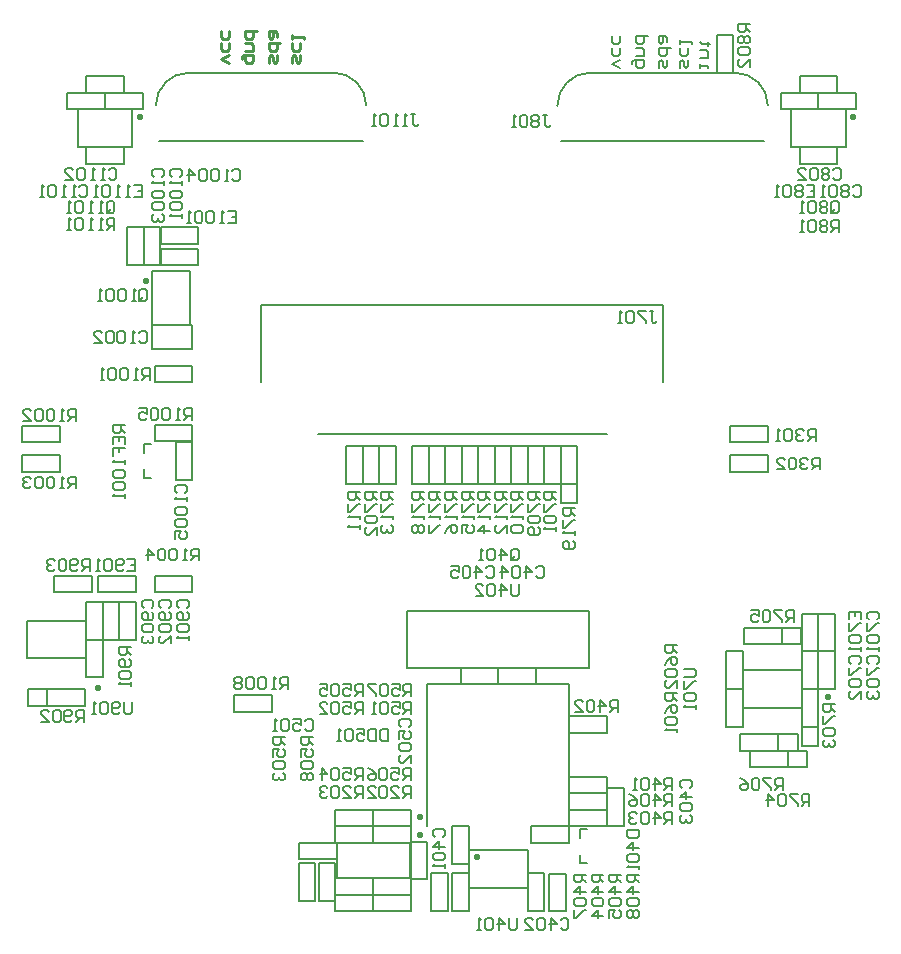
<source format=gbo>
G04*
G04 #@! TF.GenerationSoftware,Altium Limited,Altium Designer,22.1.2 (22)*
G04*
G04 Layer_Color=32896*
%FSAX44Y44*%
%MOMM*%
G71*
G04*
G04 #@! TF.SameCoordinates,FD085C4F-33D3-4CAD-8C95-339AC6E91DDF*
G04*
G04*
G04 #@! TF.FilePolarity,Positive*
G04*
G01*
G75*
%ADD10C,0.1530*%
%ADD11C,0.2000*%
%ADD12C,0.2540*%
D10*
X00729193Y00822026D02*
G03*
X00701193Y00850026I-00028000J00000000D01*
G01*
X00579000Y00850000D02*
G03*
X00551000Y00822000I00000000J-00028000D01*
G01*
X00389193Y00822026D02*
G03*
X00361194Y00850026I-00028000J00000000D01*
G01*
X00239000Y00850000D02*
G03*
X00211000Y00822000I00000000J-00028000D01*
G01*
X00579000Y00850000D02*
X00701193D01*
X00729000Y00537000D02*
Y00551000D01*
X00697000Y00537000D02*
X00729000D01*
X00697000D02*
Y00551000D01*
X00729000D01*
Y00512000D02*
Y00526000D01*
X00697000Y00512000D02*
X00729000D01*
X00697000D02*
Y00526000D01*
X00729000D01*
X00568000Y00485500D02*
Y00502000D01*
X00554000Y00485500D02*
Y00502000D01*
Y00485500D02*
X00568000D01*
X00554000Y00502000D02*
Y00534000D01*
Y00502000D02*
X00568000D01*
Y00534000D01*
X00554000D02*
X00568000D01*
X00512000D02*
X00526000D01*
Y00502000D02*
Y00534000D01*
X00512000Y00502000D02*
X00526000D01*
X00512000D02*
Y00534000D01*
X00498000D02*
X00512000D01*
Y00502000D02*
Y00534000D01*
X00498000Y00502000D02*
X00512000D01*
X00498000D02*
Y00534000D01*
X00484000Y00534000D02*
X00498000D01*
Y00502000D02*
Y00534000D01*
X00484000Y00502000D02*
X00498000D01*
X00484000D02*
Y00534000D01*
X00456000D02*
X00470000D01*
Y00502000D02*
Y00534000D01*
X00456000Y00502000D02*
X00470000D01*
X00456000D02*
Y00534000D01*
X00277000Y00309000D02*
Y00323000D01*
X00309000D01*
Y00309000D02*
Y00323000D01*
X00277000Y00309000D02*
X00309000D01*
X00470000Y00534000D02*
X00484000D01*
Y00502000D02*
Y00534000D01*
X00470000Y00502000D02*
X00484000D01*
X00470000D02*
Y00534000D01*
X00442000D02*
X00456000D01*
Y00502000D02*
Y00534000D01*
X00442000Y00502000D02*
X00456000D01*
X00442000D02*
Y00534000D01*
X00428000D02*
X00442000D01*
Y00502000D02*
Y00534000D01*
X00428000Y00502000D02*
X00442000D01*
X00428000D02*
Y00534000D01*
X00400000Y00502000D02*
X00414000D01*
X00400000D02*
Y00534000D01*
X00414000D01*
Y00502000D02*
Y00534000D01*
X00386000D02*
X00400000D01*
Y00502000D02*
Y00534000D01*
X00386000Y00502000D02*
X00400000D01*
X00386000D02*
Y00534000D01*
X00372000Y00502000D02*
X00386000D01*
X00372000D02*
Y00534000D01*
X00386000D01*
Y00502000D02*
Y00534000D01*
X00526000Y00534000D02*
X00540000D01*
Y00502000D02*
Y00534000D01*
X00526000Y00502000D02*
X00540000Y00502000D01*
X00526000Y00502000D02*
Y00534000D01*
X00152000Y00833000D02*
Y00847000D01*
X00184000D01*
Y00833000D02*
Y00847000D01*
X00152000Y00833000D02*
X00184000D01*
X00168000Y00819000D02*
X00200000D01*
X00168000D02*
Y00833000D01*
X00200000Y00819000D02*
Y00833000D01*
X00168000D02*
X00200000D01*
X00136000Y00819000D02*
Y00833000D01*
X00168000D01*
Y00819000D02*
Y00833000D01*
X00136000Y00819000D02*
X00168000D01*
X00152000Y00773000D02*
X00184000D01*
Y00787000D01*
X00152000D02*
X00184000D01*
X00152000Y00773000D02*
Y00787000D01*
X00348000Y00544000D02*
X00593000D01*
X00300000Y00588000D02*
Y00653000D01*
X00640000Y00588000D02*
Y00653000D01*
X00300000Y00653000D02*
X00640000Y00653000D01*
X00686000Y00850000D02*
Y00882000D01*
Y00850000D02*
X00700000D01*
Y00882000D01*
X00686000D02*
X00700000D01*
X00214000Y00792000D02*
X00386000D01*
X00239000Y00850000D02*
X00361194D01*
X00554000Y00792000D02*
X00726000D01*
X00788000Y00833000D02*
Y00847000D01*
X00756000Y00833000D02*
X00788000D01*
X00756000D02*
Y00847000D01*
X00788000D01*
X00740000Y00833000D02*
X00772000D01*
Y00819000D02*
Y00833000D01*
X00740000Y00819000D02*
Y00833000D01*
Y00819000D02*
X00772000D01*
Y00833000D02*
X00804000D01*
X00772000Y00819000D02*
Y00833000D01*
Y00819000D02*
X00804000D01*
Y00833000D01*
X00749000Y00787000D02*
Y00819000D01*
X00795000D01*
X00749000Y00787000D02*
X00795000D01*
Y00819000D01*
X00756000Y00773000D02*
X00788000D01*
Y00787000D01*
X00756000D02*
X00788000D01*
X00756000Y00773000D02*
Y00787000D01*
X00098000Y00537000D02*
Y00551000D01*
X00130000D01*
Y00537000D02*
Y00551000D01*
X00098000Y00537000D02*
X00130000D01*
X00210000Y00552000D02*
X00242000D01*
X00210000D02*
X00210000Y00538000D01*
X00242000D01*
X00242000Y00552000D01*
X00098000Y00512000D02*
X00130000D01*
Y00526000D01*
X00098000D02*
X00130000D01*
X00098000Y00512000D02*
Y00526000D01*
X00145000Y00787000D02*
Y00819000D01*
X00191000D01*
X00145000Y00787000D02*
X00191000D01*
Y00819000D01*
X00215000Y00719000D02*
X00215000Y00705000D01*
X00215000Y00719000D02*
X00247000D01*
Y00705000D02*
Y00719000D01*
X00215000Y00705000D02*
X00247000Y00705000D01*
X00180000Y00370000D02*
X00194000Y00370000D01*
X00180000Y00402000D02*
X00180000Y00370000D01*
X00180000Y00402000D02*
X00194000Y00402000D01*
Y00370000D02*
Y00402000D01*
X00210000Y00410000D02*
X00242000D01*
Y00424000D01*
X00210000D02*
X00242000D01*
X00210000Y00410000D02*
Y00424000D01*
X00708000Y00328000D02*
Y00360000D01*
X00694000D02*
X00708000D01*
X00694000Y00328000D02*
Y00360000D01*
Y00328000D02*
X00708000D01*
X00694000Y00296000D02*
Y00328000D01*
Y00296000D02*
X00708000D01*
Y00328000D01*
X00694000D02*
X00708000D01*
X00210000Y00588000D02*
X00242000D01*
Y00602000D01*
X00210000D02*
X00242000D01*
X00210000Y00588000D02*
Y00602000D01*
X00554000Y00502000D02*
Y00534000D01*
X00540000D02*
X00554000D01*
X00540000Y00502000D02*
Y00534000D01*
Y00502000D02*
X00554000D01*
X00200792Y00719000D02*
X00214792D01*
Y00687000D02*
Y00719000D01*
X00200792Y00687000D02*
X00214792D01*
X00200792D02*
Y00719000D01*
X00208000Y00636000D02*
X00240000D01*
X00208000D02*
Y00682000D01*
X00240000Y00636000D02*
Y00682000D01*
X00208000D02*
X00240000D01*
X00215000Y00701000D02*
X00247000D01*
Y00687000D02*
Y00701000D01*
X00215000D02*
X00215000Y00687000D01*
X00247000Y00687000D01*
X00187000Y00719000D02*
X00201000Y00719000D01*
Y00687000D02*
Y00719000D01*
X00187000Y00687000D02*
X00201000Y00687000D01*
X00187000Y00687000D02*
Y00719000D01*
X00228000Y00505000D02*
X00242000Y00505000D01*
X00228000Y00505000D02*
X00228000Y00537000D01*
X00242000Y00537000D01*
Y00505000D02*
Y00537000D01*
X00152000Y00370000D02*
X00166000Y00370000D01*
X00152000Y00370000D02*
X00152000Y00402000D01*
X00166000Y00402000D01*
Y00370000D02*
Y00402000D01*
X00166000Y00370000D02*
X00180000D01*
X00166000D02*
X00166000Y00402000D01*
X00180000Y00402000D01*
Y00370000D02*
Y00402000D01*
X00201187Y00507000D02*
X00201187Y00514000D01*
X00201187Y00507000D02*
X00207187Y00507000D01*
X00201187Y00528000D02*
Y00535500D01*
X00207187Y00535500D01*
X00162000Y00424000D02*
X00194000D01*
X00194000Y00410000D01*
X00162000Y00424000D02*
X00162000Y00410000D01*
X00194000D01*
X00125000Y00424000D02*
X00157000D01*
X00125000Y00410000D02*
Y00424000D01*
Y00410000D02*
X00157000Y00410000D01*
X00157000Y00424000D02*
X00157000Y00410000D01*
X00152000Y00370000D02*
X00152000Y00338000D01*
X00166000Y00338000D01*
Y00370000D01*
X00152000Y00370000D02*
X00166000Y00370000D01*
X00151000Y00328000D02*
X00151000Y00314000D01*
X00119000D02*
X00151000D01*
X00119000D02*
X00119000Y00328000D01*
X00151000Y00328000D01*
X00102500D02*
X00102500Y00314000D01*
X00102500Y00328000D02*
X00119000Y00328000D01*
X00102500Y00314000D02*
X00119000Y00314000D01*
X00242000Y00616000D02*
Y00636000D01*
X00208000D02*
X00242000D01*
X00208000Y00616000D02*
Y00636000D01*
Y00616000D02*
X00242000D01*
X00152000Y00354000D02*
X00152000Y00386000D01*
X00102000Y00354000D02*
Y00386000D01*
Y00354000D02*
X00152000D01*
X00102000Y00386000D02*
X00152000Y00386000D01*
X00426000Y00168000D02*
Y00198000D01*
X00364000D02*
X00426000D01*
X00364000Y00168000D02*
Y00198000D01*
Y00168000D02*
X00426000D01*
X00476000Y00160000D02*
X00526000D01*
X00476000Y00192000D02*
X00526000D01*
Y00160000D02*
Y00192000D01*
X00476000Y00160000D02*
Y00192000D01*
X00462000Y00180000D02*
Y00212000D01*
Y00180000D02*
X00476000Y00180000D01*
Y00212000D01*
X00462000Y00212000D02*
X00476000Y00212000D01*
X00395000Y00212000D02*
Y00226000D01*
X00427000D01*
Y00212000D02*
Y00226000D01*
X00395000Y00212000D02*
X00427000D01*
X00469000Y00332000D02*
X00469000Y00346000D01*
X00501000D01*
Y00332000D02*
Y00346000D01*
X00469000Y00332000D02*
X00501000Y00332000D01*
X00424000Y00346000D02*
X00578000D01*
X00424000D02*
Y00394000D01*
X00578000Y00394000D01*
X00578000Y00346000D02*
X00578000Y00394000D01*
X00561000Y00212000D02*
Y00332000D01*
X00363000Y00140000D02*
Y00154000D01*
X00395000D01*
Y00140000D02*
Y00154000D01*
X00363000Y00140000D02*
X00395000D01*
X00332000Y00184000D02*
X00364000D01*
Y00198000D01*
X00332000D02*
X00364000D01*
X00332000Y00184000D02*
Y00198000D01*
X00395000Y00198000D02*
X00427000D01*
X00427000Y00212000D02*
X00427000Y00198000D01*
X00395000Y00212000D02*
X00427000D01*
X00395000Y00198000D02*
X00395000Y00212000D01*
X00395000Y00168000D02*
X00427000D01*
X00395000D02*
X00395000Y00154000D01*
X00427000D01*
X00427000Y00168000D01*
X00427000Y00140000D02*
Y00154000D01*
X00395000Y00140000D02*
X00427000D01*
X00395000D02*
Y00154000D01*
X00427000D01*
X00363000Y00154000D02*
X00395000D01*
X00395000Y00168000D02*
X00395000Y00154000D01*
X00363000Y00168000D02*
X00395000D01*
X00363000Y00154000D02*
X00363000Y00168000D01*
X00363000Y00149000D02*
Y00181000D01*
X00349000Y00181000D02*
X00363000Y00181000D01*
X00349000Y00149000D02*
Y00181000D01*
Y00149000D02*
X00363000Y00149000D01*
X00332000Y00149000D02*
Y00181000D01*
Y00149000D02*
X00346000Y00149000D01*
X00346000Y00181000D02*
X00346000Y00149000D01*
X00332000Y00181000D02*
X00346000D01*
X00441000Y00167000D02*
Y00199000D01*
X00427000D02*
X00441000D01*
X00427000Y00167000D02*
Y00199000D01*
Y00167000D02*
X00441000D01*
X00363000Y00226000D02*
X00395000D01*
X00363000Y00212000D02*
X00363000Y00226000D01*
X00363000Y00212000D02*
X00395000Y00212000D01*
Y00226000D01*
X00363000Y00212000D02*
X00395000D01*
X00363000D02*
X00363000Y00198000D01*
X00395000D01*
X00395000Y00212000D01*
X00441000Y00332000D02*
X00561000D01*
X00441000Y00212000D02*
Y00332000D01*
X00570000Y00209500D02*
X00576000D01*
X00570000Y00202000D02*
Y00209500D01*
Y00181000D02*
X00576000D01*
X00570000Y00188000D02*
X00570000Y00181000D01*
X00529000Y00198000D02*
Y00212000D01*
X00561000D01*
Y00198000D02*
Y00212000D01*
X00529000Y00198000D02*
X00561000Y00198000D01*
X00561000Y00226000D02*
X00561000Y00240000D01*
X00593000D01*
X00593000Y00226000D02*
X00593000Y00240000D01*
X00561000Y00226000D02*
X00593000Y00226000D01*
X00561000Y00240000D02*
X00593000D01*
Y00254000D01*
X00561000D02*
X00593000D01*
X00561000Y00240000D02*
Y00254000D01*
X00593000Y00244000D02*
X00607000Y00244000D01*
X00607000Y00212000D02*
X00607000Y00244000D01*
X00593000Y00212000D02*
X00607000Y00212000D01*
X00593000Y00212000D02*
Y00244000D01*
Y00212000D02*
Y00226000D01*
X00561000Y00212000D02*
X00593000D01*
X00561000D02*
Y00226000D01*
X00593000D01*
X00561000Y00291000D02*
Y00305000D01*
X00593000D01*
X00593000Y00291000D01*
X00561000D02*
X00593000D01*
X00533000Y00332000D02*
Y00346000D01*
X00501000Y00332000D02*
X00533000D01*
X00501000D02*
X00501000Y00346000D01*
X00533000D01*
X00708000Y00344000D02*
X00758000D01*
X00708000Y00312000D02*
X00758000D01*
X00708000D02*
Y00344000D01*
X00758000Y00312000D02*
Y00344000D01*
X00772000Y00360000D02*
X00786000D01*
X00772000D02*
Y00392000D01*
X00786000Y00392000D01*
Y00360000D02*
Y00392000D01*
X00758000Y00360000D02*
Y00392000D01*
X00772000Y00392000D01*
X00758000Y00360000D02*
X00772000Y00360000D01*
X00772000Y00392000D01*
X00709000Y00366000D02*
X00709000Y00380000D01*
X00741000D01*
X00741000Y00366000D02*
X00741000Y00380000D01*
X00709000Y00366000D02*
X00741000Y00366000D01*
X00757500Y00380000D02*
X00757500Y00366000D01*
X00741000D02*
X00757500D01*
X00741000Y00380000D02*
X00757500D01*
X00786000Y00328000D02*
Y00360000D01*
X00772000D02*
X00786000D01*
X00772000Y00328000D02*
Y00360000D01*
Y00328000D02*
X00786000D01*
X00758000Y00328000D02*
X00772000Y00328000D01*
Y00296000D02*
Y00328000D01*
X00758000Y00296000D02*
X00772000Y00296000D01*
X00758000Y00296000D02*
Y00328000D01*
Y00279500D02*
X00772000D01*
X00758000D02*
Y00296000D01*
X00772000Y00279500D02*
X00772000Y00296000D01*
X00714000Y00262000D02*
Y00276000D01*
X00746000D01*
Y00262000D02*
Y00276000D01*
X00714000Y00262000D02*
X00746000D01*
X00762500D02*
Y00276000D01*
X00746000Y00262000D02*
X00762500D01*
X00746000Y00276000D02*
X00762500D01*
X00706000Y00276000D02*
Y00290000D01*
X00738000Y00290000D01*
X00738000Y00276000D01*
X00706000D02*
X00738000D01*
X00754500D02*
X00754500Y00290000D01*
X00738000Y00276000D02*
X00754500D01*
X00738000Y00290000D02*
X00754500Y00290000D01*
X00758000Y00328000D02*
X00772000D01*
X00758000D02*
Y00360000D01*
X00772000D01*
Y00328000D02*
Y00360000D01*
X00444000Y00172000D02*
X00458000D01*
Y00140000D02*
Y00172000D01*
X00444000Y00140000D02*
X00458000D01*
X00444000D02*
Y00172000D01*
X00462000Y00140000D02*
X00476000D01*
X00462000D02*
X00462000Y00172000D01*
X00476000Y00172000D01*
X00476000Y00140000D02*
X00476000Y00172000D01*
X00544000Y00171750D02*
X00558000D01*
Y00139750D02*
Y00171750D01*
X00544000Y00139750D02*
X00558000Y00139750D01*
X00544000Y00139750D02*
Y00171750D01*
X00526000Y00140000D02*
X00540000Y00140000D01*
X00526000Y00172000D02*
X00526000Y00140000D01*
X00526000Y00172000D02*
X00540000Y00172000D01*
Y00140000D02*
Y00172000D01*
D11*
X00672000Y00854000D02*
Y00857332D01*
Y00855666D01*
X00678664D01*
Y00854000D01*
X00672000Y00862331D02*
X00678664D01*
Y00867329D01*
X00676998Y00868995D01*
X00672000D01*
X00680331Y00873994D02*
X00678664D01*
Y00872327D01*
Y00875660D01*
Y00873994D01*
X00673666D01*
X00672000Y00875660D01*
X00655000Y00854000D02*
Y00858998D01*
X00656666Y00860664D01*
X00658332Y00858998D01*
Y00855666D01*
X00659998Y00854000D01*
X00661664Y00855666D01*
Y00860664D01*
Y00870661D02*
Y00865663D01*
X00659998Y00863997D01*
X00656666D01*
X00655000Y00865663D01*
Y00870661D01*
Y00873993D02*
Y00877326D01*
Y00875659D01*
X00664997D01*
Y00873993D01*
X00637000Y00854000D02*
Y00858998D01*
X00638666Y00860664D01*
X00640332Y00858998D01*
Y00855666D01*
X00641998Y00854000D01*
X00643664Y00855666D01*
Y00860664D01*
X00646997Y00870661D02*
X00637000D01*
Y00865663D01*
X00638666Y00863997D01*
X00641998D01*
X00643664Y00865663D01*
Y00870661D01*
Y00875660D02*
Y00878992D01*
X00641998Y00880658D01*
X00637000D01*
Y00875660D01*
X00638666Y00873994D01*
X00640332Y00875660D01*
Y00880658D01*
X00614000Y00857332D02*
Y00858998D01*
X00615666Y00860665D01*
X00623997D01*
Y00855666D01*
X00622331Y00854000D01*
X00618998D01*
X00617332Y00855666D01*
Y00860665D01*
Y00863997D02*
X00623997D01*
Y00868995D01*
X00622331Y00870661D01*
X00617332D01*
X00627329Y00880658D02*
X00617332D01*
Y00875660D01*
X00618998Y00873994D01*
X00622331D01*
X00623997Y00875660D01*
Y00880658D01*
X00603665Y00854000D02*
X00597000Y00857332D01*
X00603665Y00860665D01*
Y00870661D02*
Y00865663D01*
X00601998Y00863997D01*
X00598666D01*
X00597000Y00865663D01*
Y00870661D01*
X00603665Y00880658D02*
Y00875660D01*
X00601998Y00873994D01*
X00598666D01*
X00597000Y00875660D01*
Y00880658D01*
X00322493Y00328002D02*
Y00337998D01*
X00317494D01*
X00315828Y00336332D01*
Y00333000D01*
X00317494Y00331334D01*
X00322493D01*
X00319160D02*
X00315828Y00328002D01*
X00312496D02*
X00309164D01*
X00310830D01*
Y00337998D01*
X00312496Y00336332D01*
X00304165D02*
X00302499Y00337998D01*
X00299167D01*
X00297501Y00336332D01*
Y00329668D01*
X00299167Y00328002D01*
X00302499D01*
X00304165Y00329668D01*
Y00336332D01*
X00294169D02*
X00292502Y00337998D01*
X00289170D01*
X00287504Y00336332D01*
Y00329668D01*
X00289170Y00328002D01*
X00292502D01*
X00294169Y00329668D01*
Y00336332D01*
X00284172D02*
X00282506Y00337998D01*
X00279173D01*
X00277507Y00336332D01*
Y00334666D01*
X00279173Y00333000D01*
X00277507Y00331334D01*
Y00329668D01*
X00279173Y00328002D01*
X00282506D01*
X00284172Y00329668D01*
Y00331334D01*
X00282506Y00333000D01*
X00284172Y00334666D01*
Y00336332D01*
X00282506Y00333000D02*
X00279173D01*
X00565998Y00481494D02*
X00556002D01*
Y00476496D01*
X00557668Y00474830D01*
X00561000D01*
X00562666Y00476496D01*
Y00481494D01*
Y00478162D02*
X00565998Y00474830D01*
X00556002Y00471498D02*
Y00464833D01*
X00557668D01*
X00564332Y00471498D01*
X00565998D01*
Y00461501D02*
Y00458169D01*
Y00459835D01*
X00556002D01*
X00557668Y00461501D01*
X00564332Y00453170D02*
X00565998Y00451504D01*
Y00448172D01*
X00564332Y00446506D01*
X00557668D01*
X00556002Y00448172D01*
Y00451504D01*
X00557668Y00453170D01*
X00559334D01*
X00561000Y00451504D01*
Y00446506D01*
X00437998Y00494997D02*
X00428002D01*
Y00489999D01*
X00429668Y00488333D01*
X00433000D01*
X00434666Y00489999D01*
Y00494997D01*
Y00491665D02*
X00437998Y00488333D01*
X00428002Y00485001D02*
Y00478336D01*
X00429668D01*
X00436332Y00485001D01*
X00437998D01*
Y00475004D02*
Y00471672D01*
Y00473338D01*
X00428002D01*
X00429668Y00475004D01*
Y00466673D02*
X00428002Y00465007D01*
Y00461675D01*
X00429668Y00460009D01*
X00431334D01*
X00433000Y00461675D01*
X00434666Y00460009D01*
X00436332D01*
X00437998Y00461675D01*
Y00465007D01*
X00436332Y00466673D01*
X00434666D01*
X00433000Y00465007D01*
X00431334Y00466673D01*
X00429668D01*
X00433000Y00465007D02*
Y00461675D01*
X00451998Y00494997D02*
X00442002D01*
Y00489999D01*
X00443668Y00488333D01*
X00447000D01*
X00448666Y00489999D01*
Y00494997D01*
Y00491665D02*
X00451998Y00488333D01*
X00442002Y00485001D02*
Y00478336D01*
X00443668D01*
X00450332Y00485001D01*
X00451998D01*
Y00475004D02*
Y00471672D01*
Y00473338D01*
X00442002D01*
X00443668Y00475004D01*
X00442002Y00466673D02*
Y00460009D01*
X00443668D01*
X00450332Y00466673D01*
X00451998D01*
X00465998Y00494997D02*
X00456002D01*
Y00489999D01*
X00457668Y00488333D01*
X00461000D01*
X00462666Y00489999D01*
Y00494997D01*
Y00491665D02*
X00465998Y00488333D01*
X00456002Y00485001D02*
Y00478336D01*
X00457668D01*
X00464332Y00485001D01*
X00465998D01*
Y00475004D02*
Y00471672D01*
Y00473338D01*
X00456002D01*
X00457668Y00475004D01*
X00456002Y00460009D02*
X00457668Y00463341D01*
X00461000Y00466673D01*
X00464332D01*
X00465998Y00465007D01*
Y00461675D01*
X00464332Y00460009D01*
X00462666D01*
X00461000Y00461675D01*
Y00466673D01*
X00479998Y00494997D02*
X00470001D01*
Y00489999D01*
X00471668Y00488333D01*
X00475000D01*
X00476666Y00489999D01*
Y00494997D01*
Y00491665D02*
X00479998Y00488333D01*
X00470001Y00485001D02*
Y00478336D01*
X00471668D01*
X00478332Y00485001D01*
X00479998D01*
Y00475004D02*
Y00471672D01*
Y00473338D01*
X00470001D01*
X00471668Y00475004D01*
X00470001Y00460009D02*
Y00466673D01*
X00475000D01*
X00473334Y00463341D01*
Y00461675D01*
X00475000Y00460009D01*
X00478332D01*
X00479998Y00461675D01*
Y00465007D01*
X00478332Y00466673D01*
X00493998Y00494997D02*
X00484002D01*
Y00489999D01*
X00485668Y00488333D01*
X00489000D01*
X00490666Y00489999D01*
Y00494997D01*
Y00491665D02*
X00493998Y00488333D01*
X00484002Y00485001D02*
Y00478336D01*
X00485668D01*
X00492332Y00485001D01*
X00493998D01*
Y00475004D02*
Y00471672D01*
Y00473338D01*
X00484002D01*
X00485668Y00475004D01*
X00493998Y00461675D02*
X00484002D01*
X00489000Y00466673D01*
Y00460009D01*
X00411998Y00494997D02*
X00402002D01*
Y00489999D01*
X00403668Y00488333D01*
X00407000D01*
X00408666Y00489999D01*
Y00494997D01*
Y00491665D02*
X00411998Y00488333D01*
X00402002Y00485001D02*
Y00478336D01*
X00403668D01*
X00410332Y00485001D01*
X00411998D01*
Y00475004D02*
Y00471672D01*
Y00473338D01*
X00402002D01*
X00403668Y00475004D01*
Y00466673D02*
X00402002Y00465007D01*
Y00461675D01*
X00403668Y00460009D01*
X00405334D01*
X00407000Y00461675D01*
Y00463341D01*
Y00461675D01*
X00408666Y00460009D01*
X00410332D01*
X00411998Y00461675D01*
Y00465007D01*
X00410332Y00466673D01*
X00507998Y00494997D02*
X00498002D01*
Y00489999D01*
X00499668Y00488333D01*
X00503000D01*
X00504666Y00489999D01*
Y00494997D01*
Y00491665D02*
X00507998Y00488333D01*
X00498002Y00485001D02*
Y00478336D01*
X00499668D01*
X00506332Y00485001D01*
X00507998D01*
Y00475004D02*
Y00471672D01*
Y00473338D01*
X00498002D01*
X00499668Y00475004D01*
X00507998Y00460009D02*
Y00466673D01*
X00501334Y00460009D01*
X00499668D01*
X00498002Y00461675D01*
Y00465007D01*
X00499668Y00466673D01*
X00383998Y00494997D02*
X00374002D01*
Y00489999D01*
X00375668Y00488333D01*
X00379000D01*
X00380666Y00489999D01*
Y00494997D01*
Y00491665D02*
X00383998Y00488333D01*
X00374002Y00485001D02*
Y00478336D01*
X00375668D01*
X00382332Y00485001D01*
X00383998D01*
Y00475004D02*
Y00471672D01*
Y00473338D01*
X00374002D01*
X00375668Y00475004D01*
X00383998Y00466673D02*
Y00463341D01*
Y00465007D01*
X00374002D01*
X00375668Y00466673D01*
X00521998Y00494997D02*
X00512002D01*
Y00489999D01*
X00513668Y00488333D01*
X00517000D01*
X00518666Y00489999D01*
Y00494997D01*
Y00491665D02*
X00521998Y00488333D01*
X00512002Y00485001D02*
Y00478336D01*
X00513668D01*
X00520332Y00485001D01*
X00521998D01*
Y00475004D02*
Y00471672D01*
Y00473338D01*
X00512002D01*
X00513668Y00475004D01*
Y00466673D02*
X00512002Y00465007D01*
Y00461675D01*
X00513668Y00460009D01*
X00520332D01*
X00521998Y00461675D01*
Y00465007D01*
X00520332Y00466673D01*
X00513668D01*
X00397998Y00494997D02*
X00388002D01*
Y00489999D01*
X00389668Y00488333D01*
X00393000D01*
X00394666Y00489999D01*
Y00494997D01*
Y00491665D02*
X00397998Y00488333D01*
X00388002Y00485001D02*
Y00478336D01*
X00389668D01*
X00396332Y00485001D01*
X00397998D01*
X00389668Y00475004D02*
X00388002Y00473338D01*
Y00470005D01*
X00389668Y00468339D01*
X00396332D01*
X00397998Y00470005D01*
Y00473338D01*
X00396332Y00475004D01*
X00389668D01*
X00397998Y00458343D02*
Y00465007D01*
X00391334Y00458343D01*
X00389668D01*
X00388002Y00460009D01*
Y00463341D01*
X00389668Y00465007D01*
X00773327Y00514002D02*
Y00523998D01*
X00768329D01*
X00766663Y00522332D01*
Y00519000D01*
X00768329Y00517334D01*
X00773327D01*
X00769995D02*
X00766663Y00514002D01*
X00763331Y00522332D02*
X00761665Y00523998D01*
X00758332D01*
X00756666Y00522332D01*
Y00520666D01*
X00758332Y00519000D01*
X00759998D01*
X00758332D01*
X00756666Y00517334D01*
Y00515668D01*
X00758332Y00514002D01*
X00761665D01*
X00763331Y00515668D01*
X00753334Y00522332D02*
X00751668Y00523998D01*
X00748335D01*
X00746669Y00522332D01*
Y00515668D01*
X00748335Y00514002D01*
X00751668D01*
X00753334Y00515668D01*
Y00522332D01*
X00736673Y00514002D02*
X00743337D01*
X00736673Y00520666D01*
Y00522332D01*
X00738339Y00523998D01*
X00741671D01*
X00743337Y00522332D01*
X00769661Y00538002D02*
Y00547998D01*
X00764663D01*
X00762997Y00546332D01*
Y00543000D01*
X00764663Y00541334D01*
X00769661D01*
X00766329D02*
X00762997Y00538002D01*
X00759665Y00546332D02*
X00757998Y00547998D01*
X00754666D01*
X00753000Y00546332D01*
Y00544666D01*
X00754666Y00543000D01*
X00756332D01*
X00754666D01*
X00753000Y00541334D01*
Y00539668D01*
X00754666Y00538002D01*
X00757998D01*
X00759665Y00539668D01*
X00749668Y00546332D02*
X00748002Y00547998D01*
X00744669D01*
X00743003Y00546332D01*
Y00539668D01*
X00744669Y00538002D01*
X00748002D01*
X00749668Y00539668D01*
Y00546332D01*
X00739671Y00538002D02*
X00736339D01*
X00738005D01*
Y00547998D01*
X00739671Y00546332D01*
X00190661Y00316998D02*
Y00308668D01*
X00188995Y00307002D01*
X00185663D01*
X00183997Y00308668D01*
Y00316998D01*
X00180665Y00308668D02*
X00178998Y00307002D01*
X00175666D01*
X00174000Y00308668D01*
Y00315332D01*
X00175666Y00316998D01*
X00178998D01*
X00180665Y00315332D01*
Y00313666D01*
X00178998Y00312000D01*
X00174000D01*
X00170668Y00315332D02*
X00169002Y00316998D01*
X00165669D01*
X00164003Y00315332D01*
Y00308668D01*
X00165669Y00307002D01*
X00169002D01*
X00170668Y00308668D01*
Y00315332D01*
X00160671Y00307002D02*
X00157339D01*
X00159005D01*
Y00316998D01*
X00160671Y00315332D01*
X00184998Y00551823D02*
X00175002D01*
Y00546825D01*
X00176668Y00545159D01*
X00180000D01*
X00181666Y00546825D01*
Y00551823D01*
Y00548491D02*
X00184998Y00545159D01*
X00175002Y00535162D02*
Y00541827D01*
X00184998D01*
Y00535162D01*
X00180000Y00541827D02*
Y00538494D01*
X00175002Y00525165D02*
Y00531830D01*
X00180000D01*
Y00528498D01*
Y00531830D01*
X00184998D01*
Y00521833D02*
Y00518501D01*
Y00520167D01*
X00175002D01*
X00176668Y00521833D01*
Y00513502D02*
X00175002Y00511836D01*
Y00508504D01*
X00176668Y00506838D01*
X00183332D01*
X00184998Y00508504D01*
Y00511836D01*
X00183332Y00513502D01*
X00176668D01*
Y00503506D02*
X00175002Y00501839D01*
Y00498507D01*
X00176668Y00496841D01*
X00183332D01*
X00184998Y00498507D01*
Y00501839D01*
X00183332Y00503506D01*
X00176668D01*
X00184998Y00493509D02*
Y00490177D01*
Y00491843D01*
X00175002D01*
X00176668Y00493509D01*
X00175993Y00717002D02*
Y00726998D01*
X00170995D01*
X00169329Y00725332D01*
Y00722000D01*
X00170995Y00720334D01*
X00175993D01*
X00172661D02*
X00169329Y00717002D01*
X00165997D02*
X00162665D01*
X00164331D01*
Y00726998D01*
X00165997Y00725332D01*
X00157666Y00717002D02*
X00154334D01*
X00156000D01*
Y00726998D01*
X00157666Y00725332D01*
X00149335D02*
X00147669Y00726998D01*
X00144337D01*
X00142671Y00725332D01*
Y00718668D01*
X00144337Y00717002D01*
X00147669D01*
X00149335Y00718668D01*
Y00725332D01*
X00139339Y00717002D02*
X00136006D01*
X00137673D01*
Y00726998D01*
X00139339Y00725332D01*
X00241493Y00556002D02*
Y00565998D01*
X00236494D01*
X00234828Y00564332D01*
Y00561000D01*
X00236494Y00559334D01*
X00241493D01*
X00238160D02*
X00234828Y00556002D01*
X00231496D02*
X00228164D01*
X00229830D01*
Y00565998D01*
X00231496Y00564332D01*
X00223165D02*
X00221499Y00565998D01*
X00218167D01*
X00216501Y00564332D01*
Y00557668D01*
X00218167Y00556002D01*
X00221499D01*
X00223165Y00557668D01*
Y00564332D01*
X00213169D02*
X00211502Y00565998D01*
X00208170D01*
X00206504Y00564332D01*
Y00557668D01*
X00208170Y00556002D01*
X00211502D01*
X00213169Y00557668D01*
Y00564332D01*
X00196507Y00565998D02*
X00203172D01*
Y00561000D01*
X00199839Y00562666D01*
X00198173D01*
X00196507Y00561000D01*
Y00557668D01*
X00198173Y00556002D01*
X00201506D01*
X00203172Y00557668D01*
X00247493Y00437002D02*
Y00446998D01*
X00242494D01*
X00240828Y00445332D01*
Y00442000D01*
X00242494Y00440334D01*
X00247493D01*
X00244160D02*
X00240828Y00437002D01*
X00237496D02*
X00234164D01*
X00235830D01*
Y00446998D01*
X00237496Y00445332D01*
X00229165D02*
X00227499Y00446998D01*
X00224167D01*
X00222501Y00445332D01*
Y00438668D01*
X00224167Y00437002D01*
X00227499D01*
X00229165Y00438668D01*
Y00445332D01*
X00219168D02*
X00217502Y00446998D01*
X00214170D01*
X00212504Y00445332D01*
Y00438668D01*
X00214170Y00437002D01*
X00217502D01*
X00219168Y00438668D01*
Y00445332D01*
X00204173Y00437002D02*
Y00446998D01*
X00209172Y00442000D01*
X00202507D01*
X00143493Y00498002D02*
Y00507998D01*
X00138494D01*
X00136828Y00506332D01*
Y00503000D01*
X00138494Y00501334D01*
X00143493D01*
X00140161D02*
X00136828Y00498002D01*
X00133496D02*
X00130164D01*
X00131830D01*
Y00507998D01*
X00133496Y00506332D01*
X00125165D02*
X00123499Y00507998D01*
X00120167D01*
X00118501Y00506332D01*
Y00499668D01*
X00120167Y00498002D01*
X00123499D01*
X00125165Y00499668D01*
Y00506332D01*
X00115169D02*
X00113502Y00507998D01*
X00110170D01*
X00108504Y00506332D01*
Y00499668D01*
X00110170Y00498002D01*
X00113502D01*
X00115169Y00499668D01*
Y00506332D01*
X00105172D02*
X00103506Y00507998D01*
X00100173D01*
X00098507Y00506332D01*
Y00504666D01*
X00100173Y00503000D01*
X00101840D01*
X00100173D01*
X00098507Y00501334D01*
Y00499668D01*
X00100173Y00498002D01*
X00103506D01*
X00105172Y00499668D01*
X00143493Y00555002D02*
Y00564998D01*
X00138494D01*
X00136828Y00563332D01*
Y00560000D01*
X00138494Y00558334D01*
X00143493D01*
X00140161D02*
X00136828Y00555002D01*
X00133496D02*
X00130164D01*
X00131830D01*
Y00564998D01*
X00133496Y00563332D01*
X00125165D02*
X00123499Y00564998D01*
X00120167D01*
X00118501Y00563332D01*
Y00556668D01*
X00120167Y00555002D01*
X00123499D01*
X00125165Y00556668D01*
Y00563332D01*
X00115169D02*
X00113502Y00564998D01*
X00110170D01*
X00108504Y00563332D01*
Y00556668D01*
X00110170Y00555002D01*
X00113502D01*
X00115169Y00556668D01*
Y00563332D01*
X00098507Y00555002D02*
X00105172D01*
X00098507Y00561666D01*
Y00563332D01*
X00100173Y00564998D01*
X00103506D01*
X00105172Y00563332D01*
X00205827Y00590002D02*
Y00599998D01*
X00200828D01*
X00199162Y00598332D01*
Y00595000D01*
X00200828Y00593334D01*
X00205827D01*
X00202494D02*
X00199162Y00590002D01*
X00195830D02*
X00192498D01*
X00194164D01*
Y00599998D01*
X00195830Y00598332D01*
X00187499D02*
X00185833Y00599998D01*
X00182501D01*
X00180835Y00598332D01*
Y00591668D01*
X00182501Y00590002D01*
X00185833D01*
X00187499Y00591668D01*
Y00598332D01*
X00177502D02*
X00175836Y00599998D01*
X00172504D01*
X00170838Y00598332D01*
Y00591668D01*
X00172504Y00590002D01*
X00175836D01*
X00177502Y00591668D01*
Y00598332D01*
X00167506Y00590002D02*
X00164173D01*
X00165840D01*
Y00599998D01*
X00167506Y00598332D01*
X00155327Y00428002D02*
Y00437998D01*
X00150329D01*
X00148663Y00436332D01*
Y00433000D01*
X00150329Y00431334D01*
X00155327D01*
X00151995D02*
X00148663Y00428002D01*
X00145331Y00429668D02*
X00143665Y00428002D01*
X00140332D01*
X00138666Y00429668D01*
Y00436332D01*
X00140332Y00437998D01*
X00143665D01*
X00145331Y00436332D01*
Y00434666D01*
X00143665Y00433000D01*
X00138666D01*
X00135334Y00436332D02*
X00133668Y00437998D01*
X00130336D01*
X00128669Y00436332D01*
Y00429668D01*
X00130336Y00428002D01*
X00133668D01*
X00135334Y00429668D01*
Y00436332D01*
X00125337D02*
X00123671Y00437998D01*
X00120339D01*
X00118673Y00436332D01*
Y00434666D01*
X00120339Y00433000D01*
X00122005D01*
X00120339D01*
X00118673Y00431334D01*
Y00429668D01*
X00120339Y00428002D01*
X00123671D01*
X00125337Y00429668D01*
X00150327Y00300002D02*
Y00309998D01*
X00145329D01*
X00143663Y00308332D01*
Y00305000D01*
X00145329Y00303334D01*
X00150327D01*
X00146995D02*
X00143663Y00300002D01*
X00140331Y00301668D02*
X00138665Y00300002D01*
X00135332D01*
X00133666Y00301668D01*
Y00308332D01*
X00135332Y00309998D01*
X00138665D01*
X00140331Y00308332D01*
Y00306666D01*
X00138665Y00305000D01*
X00133666D01*
X00130334Y00308332D02*
X00128668Y00309998D01*
X00125336D01*
X00123669Y00308332D01*
Y00301668D01*
X00125336Y00300002D01*
X00128668D01*
X00130334Y00301668D01*
Y00308332D01*
X00113673Y00300002D02*
X00120337D01*
X00113673Y00306666D01*
Y00308332D01*
X00115339Y00309998D01*
X00118671D01*
X00120337Y00308332D01*
X00189998Y00363661D02*
X00180002D01*
Y00358663D01*
X00181668Y00356997D01*
X00185000D01*
X00186666Y00358663D01*
Y00363661D01*
Y00360329D02*
X00189998Y00356997D01*
X00188332Y00353665D02*
X00189998Y00351998D01*
Y00348666D01*
X00188332Y00347000D01*
X00181668D01*
X00180002Y00348666D01*
Y00351998D01*
X00181668Y00353665D01*
X00183334D01*
X00185000Y00351998D01*
Y00347000D01*
X00181668Y00343668D02*
X00180002Y00342002D01*
Y00338669D01*
X00181668Y00337003D01*
X00188332D01*
X00189998Y00338669D01*
Y00342002D01*
X00188332Y00343668D01*
X00181668D01*
X00189998Y00333671D02*
Y00330339D01*
Y00332005D01*
X00180002D01*
X00181668Y00333671D01*
X00713998Y00891328D02*
X00704002D01*
Y00886329D01*
X00705668Y00884663D01*
X00709000D01*
X00710666Y00886329D01*
Y00891328D01*
Y00887995D02*
X00713998Y00884663D01*
X00705668Y00881331D02*
X00704002Y00879665D01*
Y00876332D01*
X00705668Y00874666D01*
X00707334D01*
X00709000Y00876332D01*
X00710666Y00874666D01*
X00712332D01*
X00713998Y00876332D01*
Y00879665D01*
X00712332Y00881331D01*
X00710666D01*
X00709000Y00879665D01*
X00707334Y00881331D01*
X00705668D01*
X00709000Y00879665D02*
Y00876332D01*
X00705668Y00871334D02*
X00704002Y00869668D01*
Y00866336D01*
X00705668Y00864669D01*
X00712332D01*
X00713998Y00866336D01*
Y00869668D01*
X00712332Y00871334D01*
X00705668D01*
X00713998Y00854673D02*
Y00861337D01*
X00707334Y00854673D01*
X00705668D01*
X00704002Y00856339D01*
Y00859671D01*
X00705668Y00861337D01*
X00789661Y00715002D02*
Y00724998D01*
X00784663D01*
X00782997Y00723332D01*
Y00720000D01*
X00784663Y00718334D01*
X00789661D01*
X00786329D02*
X00782997Y00715002D01*
X00779665Y00723332D02*
X00777998Y00724998D01*
X00774666D01*
X00773000Y00723332D01*
Y00721666D01*
X00774666Y00720000D01*
X00773000Y00718334D01*
Y00716668D01*
X00774666Y00715002D01*
X00777998D01*
X00779665Y00716668D01*
Y00718334D01*
X00777998Y00720000D01*
X00779665Y00721666D01*
Y00723332D01*
X00777998Y00720000D02*
X00774666D01*
X00769668Y00723332D02*
X00768002Y00724998D01*
X00764669D01*
X00763003Y00723332D01*
Y00716668D01*
X00764669Y00715002D01*
X00768002D01*
X00769668Y00716668D01*
Y00723332D01*
X00759671Y00715002D02*
X00756339D01*
X00758005D01*
Y00724998D01*
X00759671Y00723332D01*
X00535998Y00494997D02*
X00526002D01*
Y00489999D01*
X00527668Y00488333D01*
X00531000D01*
X00532666Y00489999D01*
Y00494997D01*
Y00491665D02*
X00535998Y00488333D01*
X00526002Y00485001D02*
Y00478336D01*
X00527668D01*
X00534332Y00485001D01*
X00535998D01*
X00527668Y00475004D02*
X00526002Y00473338D01*
Y00470005D01*
X00527668Y00468339D01*
X00534332D01*
X00535998Y00470005D01*
Y00473338D01*
X00534332Y00475004D01*
X00527668D01*
X00534332Y00465007D02*
X00535998Y00463341D01*
Y00460009D01*
X00534332Y00458343D01*
X00527668D01*
X00526002Y00460009D01*
Y00463341D01*
X00527668Y00465007D01*
X00529334D01*
X00531000Y00463341D01*
Y00458343D01*
X00549998Y00494997D02*
X00540002D01*
Y00489999D01*
X00541668Y00488333D01*
X00545000D01*
X00546666Y00489999D01*
Y00494997D01*
Y00491665D02*
X00549998Y00488333D01*
X00540002Y00485001D02*
Y00478336D01*
X00541668D01*
X00548332Y00485001D01*
X00549998D01*
X00541668Y00475004D02*
X00540002Y00473338D01*
Y00470005D01*
X00541668Y00468339D01*
X00548332D01*
X00549998Y00470005D01*
Y00473338D01*
X00548332Y00475004D01*
X00541668D01*
X00549998Y00465007D02*
Y00461675D01*
Y00463341D01*
X00540002D01*
X00541668Y00465007D01*
X00651998Y00365327D02*
X00642002D01*
Y00360329D01*
X00643668Y00358663D01*
X00647000D01*
X00648666Y00360329D01*
Y00365327D01*
Y00361995D02*
X00651998Y00358663D01*
X00642002Y00348666D02*
X00643668Y00351998D01*
X00647000Y00355331D01*
X00650332D01*
X00651998Y00353665D01*
Y00350332D01*
X00650332Y00348666D01*
X00648666D01*
X00647000Y00350332D01*
Y00355331D01*
X00643668Y00345334D02*
X00642002Y00343668D01*
Y00340336D01*
X00643668Y00338669D01*
X00650332D01*
X00651998Y00340336D01*
Y00343668D01*
X00650332Y00345334D01*
X00643668D01*
X00651998Y00328673D02*
Y00335337D01*
X00645334Y00328673D01*
X00643668D01*
X00642002Y00330339D01*
Y00333671D01*
X00643668Y00335337D01*
X00651998Y00324661D02*
X00642002D01*
Y00319663D01*
X00643668Y00317997D01*
X00647000D01*
X00648666Y00319663D01*
Y00324661D01*
Y00321329D02*
X00651998Y00317997D01*
X00642002Y00308000D02*
X00643668Y00311332D01*
X00647000Y00314664D01*
X00650332D01*
X00651998Y00312998D01*
Y00309666D01*
X00650332Y00308000D01*
X00648666D01*
X00647000Y00309666D01*
Y00314664D01*
X00643668Y00304668D02*
X00642002Y00303002D01*
Y00299669D01*
X00643668Y00298003D01*
X00650332D01*
X00651998Y00299669D01*
Y00303002D01*
X00650332Y00304668D01*
X00643668D01*
X00651998Y00294671D02*
Y00291339D01*
Y00293005D01*
X00642002D01*
X00643668Y00294671D01*
X00169329Y00732668D02*
Y00739332D01*
X00170995Y00740998D01*
X00174327D01*
X00175993Y00739332D01*
Y00732668D01*
X00174327Y00731002D01*
X00170995D01*
X00172661Y00734334D02*
X00169329Y00731002D01*
X00170995D02*
X00169329Y00732668D01*
X00165997Y00731002D02*
X00162665D01*
X00164331D01*
Y00740998D01*
X00165997Y00739332D01*
X00157666Y00731002D02*
X00154334D01*
X00156000D01*
Y00740998D01*
X00157666Y00739332D01*
X00149335D02*
X00147669Y00740998D01*
X00144337D01*
X00142671Y00739332D01*
Y00732668D01*
X00144337Y00731002D01*
X00147669D01*
X00149335Y00732668D01*
Y00739332D01*
X00139339Y00731002D02*
X00136006D01*
X00137673D01*
Y00740998D01*
X00139339Y00739332D01*
X00197162Y00658668D02*
Y00665332D01*
X00198828Y00666998D01*
X00202160D01*
X00203827Y00665332D01*
Y00658668D01*
X00202160Y00657002D01*
X00198828D01*
X00200494Y00660334D02*
X00197162Y00657002D01*
X00198828D02*
X00197162Y00658668D01*
X00193830Y00657002D02*
X00190498D01*
X00192164D01*
Y00666998D01*
X00193830Y00665332D01*
X00185499D02*
X00183833Y00666998D01*
X00180501D01*
X00178835Y00665332D01*
Y00658668D01*
X00180501Y00657002D01*
X00183833D01*
X00185499Y00658668D01*
Y00665332D01*
X00175502D02*
X00173836Y00666998D01*
X00170504D01*
X00168838Y00665332D01*
Y00658668D01*
X00170504Y00657002D01*
X00173836D01*
X00175502Y00658668D01*
Y00665332D01*
X00165506Y00657002D02*
X00162173D01*
X00163839D01*
Y00666998D01*
X00165506Y00665332D01*
X00782997Y00732668D02*
Y00739332D01*
X00784663Y00740998D01*
X00787995D01*
X00789661Y00739332D01*
Y00732668D01*
X00787995Y00731002D01*
X00784663D01*
X00786329Y00734334D02*
X00782997Y00731002D01*
X00784663D02*
X00782997Y00732668D01*
X00779665Y00739332D02*
X00777998Y00740998D01*
X00774666D01*
X00773000Y00739332D01*
Y00737666D01*
X00774666Y00736000D01*
X00773000Y00734334D01*
Y00732668D01*
X00774666Y00731002D01*
X00777998D01*
X00779665Y00732668D01*
Y00734334D01*
X00777998Y00736000D01*
X00779665Y00737666D01*
Y00739332D01*
X00777998Y00736000D02*
X00774666D01*
X00769668Y00739332D02*
X00768002Y00740998D01*
X00764669D01*
X00763003Y00739332D01*
Y00732668D01*
X00764669Y00731002D01*
X00768002D01*
X00769668Y00732668D01*
Y00739332D01*
X00759671Y00731002D02*
X00756339D01*
X00758005D01*
Y00740998D01*
X00759671Y00739332D01*
X00192329Y00754998D02*
X00198993D01*
Y00745002D01*
X00192329D01*
X00198993Y00750000D02*
X00195661D01*
X00188997Y00745002D02*
X00185665D01*
X00187331D01*
Y00754998D01*
X00188997Y00753332D01*
X00180666Y00745002D02*
X00177334D01*
X00179000D01*
Y00754998D01*
X00180666Y00753332D01*
X00172335D02*
X00170669Y00754998D01*
X00167337D01*
X00165671Y00753332D01*
Y00746668D01*
X00167337Y00745002D01*
X00170669D01*
X00172335Y00746668D01*
Y00753332D01*
X00162339Y00745002D02*
X00159006D01*
X00160673D01*
Y00754998D01*
X00162339Y00753332D01*
X00272162Y00732998D02*
X00278827D01*
Y00723002D01*
X00272162D01*
X00278827Y00728000D02*
X00275494D01*
X00268830Y00723002D02*
X00265498D01*
X00267164D01*
Y00732998D01*
X00268830Y00731332D01*
X00260499D02*
X00258833Y00732998D01*
X00255501D01*
X00253835Y00731332D01*
Y00724668D01*
X00255501Y00723002D01*
X00258833D01*
X00260499Y00724668D01*
Y00731332D01*
X00250502D02*
X00248836Y00732998D01*
X00245504D01*
X00243838Y00731332D01*
Y00724668D01*
X00245504Y00723002D01*
X00248836D01*
X00250502Y00724668D01*
Y00731332D01*
X00240506Y00723002D02*
X00237173D01*
X00238839D01*
Y00732998D01*
X00240506Y00731332D01*
X00186997Y00437998D02*
X00193661D01*
Y00428002D01*
X00186997D01*
X00193661Y00433000D02*
X00190329D01*
X00183664Y00429668D02*
X00181998Y00428002D01*
X00178666D01*
X00177000Y00429668D01*
Y00436332D01*
X00178666Y00437998D01*
X00181998D01*
X00183664Y00436332D01*
Y00434666D01*
X00181998Y00433000D01*
X00177000D01*
X00173668Y00436332D02*
X00172002Y00437998D01*
X00168669D01*
X00167003Y00436332D01*
Y00429668D01*
X00168669Y00428002D01*
X00172002D01*
X00173668Y00429668D01*
Y00436332D01*
X00163671Y00428002D02*
X00160339D01*
X00162005D01*
Y00437998D01*
X00163671Y00436332D01*
X00761997Y00754998D02*
X00768661D01*
Y00745002D01*
X00761997D01*
X00768661Y00750000D02*
X00765329D01*
X00758664Y00753332D02*
X00756998Y00754998D01*
X00753666D01*
X00752000Y00753332D01*
Y00751666D01*
X00753666Y00750000D01*
X00752000Y00748334D01*
Y00746668D01*
X00753666Y00745002D01*
X00756998D01*
X00758664Y00746668D01*
Y00748334D01*
X00756998Y00750000D01*
X00758664Y00751666D01*
Y00753332D01*
X00756998Y00750000D02*
X00753666D01*
X00748668Y00753332D02*
X00747002Y00754998D01*
X00743669D01*
X00742003Y00753332D01*
Y00746668D01*
X00743669Y00745002D01*
X00747002D01*
X00748668Y00746668D01*
Y00753332D01*
X00738671Y00745002D02*
X00735339D01*
X00737005D01*
Y00754998D01*
X00738671Y00753332D01*
X00170995Y00767332D02*
X00172661Y00768998D01*
X00175993D01*
X00177660Y00767332D01*
Y00760668D01*
X00175993Y00759002D01*
X00172661D01*
X00170995Y00760668D01*
X00167663Y00759002D02*
X00164331D01*
X00165997D01*
Y00768998D01*
X00167663Y00767332D01*
X00159332Y00759002D02*
X00156000D01*
X00157666D01*
Y00768998D01*
X00159332Y00767332D01*
X00151002D02*
X00149335Y00768998D01*
X00146003D01*
X00144337Y00767332D01*
Y00760668D01*
X00146003Y00759002D01*
X00149335D01*
X00151002Y00760668D01*
Y00767332D01*
X00134340Y00759002D02*
X00141005D01*
X00134340Y00765666D01*
Y00767332D01*
X00136006Y00768998D01*
X00139339D01*
X00141005Y00767332D01*
X00146329Y00753332D02*
X00147995Y00754998D01*
X00151327D01*
X00152993Y00753332D01*
Y00746668D01*
X00151327Y00745002D01*
X00147995D01*
X00146329Y00746668D01*
X00142997Y00745002D02*
X00139664D01*
X00141331D01*
Y00754998D01*
X00142997Y00753332D01*
X00134666Y00745002D02*
X00131334D01*
X00133000D01*
Y00754998D01*
X00134666Y00753332D01*
X00126335D02*
X00124669Y00754998D01*
X00121337D01*
X00119671Y00753332D01*
Y00746668D01*
X00121337Y00745002D01*
X00124669D01*
X00126335Y00746668D01*
Y00753332D01*
X00116339Y00745002D02*
X00113006D01*
X00114672D01*
Y00754998D01*
X00116339Y00753332D01*
X00228668Y00493828D02*
X00227002Y00495494D01*
Y00498827D01*
X00228668Y00500493D01*
X00235332D01*
X00236998Y00498827D01*
Y00495494D01*
X00235332Y00493828D01*
X00236998Y00490496D02*
Y00487164D01*
Y00488830D01*
X00227002D01*
X00228668Y00490496D01*
Y00482165D02*
X00227002Y00480499D01*
Y00477167D01*
X00228668Y00475501D01*
X00235332D01*
X00236998Y00477167D01*
Y00480499D01*
X00235332Y00482165D01*
X00228668D01*
Y00472169D02*
X00227002Y00470502D01*
Y00467170D01*
X00228668Y00465504D01*
X00235332D01*
X00236998Y00467170D01*
Y00470502D01*
X00235332Y00472169D01*
X00228668D01*
X00227002Y00455507D02*
Y00462172D01*
X00232000D01*
X00230334Y00458839D01*
Y00457173D01*
X00232000Y00455507D01*
X00235332D01*
X00236998Y00457173D01*
Y00460506D01*
X00235332Y00462172D01*
X00275828Y00766332D02*
X00277494Y00767998D01*
X00280827D01*
X00282493Y00766332D01*
Y00759668D01*
X00280827Y00758002D01*
X00277494D01*
X00275828Y00759668D01*
X00272496Y00758002D02*
X00269164D01*
X00270830D01*
Y00767998D01*
X00272496Y00766332D01*
X00264165D02*
X00262499Y00767998D01*
X00259167D01*
X00257501Y00766332D01*
Y00759668D01*
X00259167Y00758002D01*
X00262499D01*
X00264165Y00759668D01*
Y00766332D01*
X00254168D02*
X00252502Y00767998D01*
X00249170D01*
X00247504Y00766332D01*
Y00759668D01*
X00249170Y00758002D01*
X00252502D01*
X00254168Y00759668D01*
Y00766332D01*
X00239173Y00758002D02*
Y00767998D01*
X00244172Y00763000D01*
X00237507D01*
X00209668Y00761828D02*
X00208002Y00763494D01*
Y00766827D01*
X00209668Y00768493D01*
X00216332D01*
X00217998Y00766827D01*
Y00763494D01*
X00216332Y00761828D01*
X00217998Y00758496D02*
Y00755164D01*
Y00756830D01*
X00208002D01*
X00209668Y00758496D01*
Y00750165D02*
X00208002Y00748499D01*
Y00745167D01*
X00209668Y00743501D01*
X00216332D01*
X00217998Y00745167D01*
Y00748499D01*
X00216332Y00750165D01*
X00209668D01*
Y00740169D02*
X00208002Y00738502D01*
Y00735170D01*
X00209668Y00733504D01*
X00216332D01*
X00217998Y00735170D01*
Y00738502D01*
X00216332Y00740169D01*
X00209668D01*
Y00730172D02*
X00208002Y00728506D01*
Y00725173D01*
X00209668Y00723507D01*
X00211334D01*
X00213000Y00725173D01*
Y00726840D01*
Y00725173D01*
X00214666Y00723507D01*
X00216332D01*
X00217998Y00725173D01*
Y00728506D01*
X00216332Y00730172D01*
X00196828Y00629332D02*
X00198494Y00630998D01*
X00201827D01*
X00203493Y00629332D01*
Y00622668D01*
X00201827Y00621002D01*
X00198494D01*
X00196828Y00622668D01*
X00193496Y00621002D02*
X00190164D01*
X00191830D01*
Y00630998D01*
X00193496Y00629332D01*
X00185165D02*
X00183499Y00630998D01*
X00180167D01*
X00178501Y00629332D01*
Y00622668D01*
X00180167Y00621002D01*
X00183499D01*
X00185165Y00622668D01*
Y00629332D01*
X00175168D02*
X00173502Y00630998D01*
X00170170D01*
X00168504Y00629332D01*
Y00622668D01*
X00170170Y00621002D01*
X00173502D01*
X00175168Y00622668D01*
Y00629332D01*
X00158507Y00621002D02*
X00165172D01*
X00158507Y00627666D01*
Y00629332D01*
X00160173Y00630998D01*
X00163506D01*
X00165172Y00629332D01*
X00224668Y00761828D02*
X00223002Y00763494D01*
Y00766827D01*
X00224668Y00768493D01*
X00231332D01*
X00232998Y00766827D01*
Y00763494D01*
X00231332Y00761828D01*
X00232998Y00758496D02*
Y00755164D01*
Y00756830D01*
X00223002D01*
X00224668Y00758496D01*
Y00750165D02*
X00223002Y00748499D01*
Y00745167D01*
X00224668Y00743501D01*
X00231332D01*
X00232998Y00745167D01*
Y00748499D01*
X00231332Y00750165D01*
X00224668D01*
Y00740169D02*
X00223002Y00738502D01*
Y00735170D01*
X00224668Y00733504D01*
X00231332D01*
X00232998Y00735170D01*
Y00738502D01*
X00231332Y00740169D01*
X00224668D01*
X00232998Y00730172D02*
Y00726840D01*
Y00728506D01*
X00223002D01*
X00224668Y00730172D01*
X00200668Y00396663D02*
X00199002Y00398329D01*
Y00401661D01*
X00200668Y00403327D01*
X00207332D01*
X00208998Y00401661D01*
Y00398329D01*
X00207332Y00396663D01*
Y00393331D02*
X00208998Y00391665D01*
Y00388332D01*
X00207332Y00386666D01*
X00200668D01*
X00199002Y00388332D01*
Y00391665D01*
X00200668Y00393331D01*
X00202334D01*
X00204000Y00391665D01*
Y00386666D01*
X00200668Y00383334D02*
X00199002Y00381668D01*
Y00378335D01*
X00200668Y00376669D01*
X00207332D01*
X00208998Y00378335D01*
Y00381668D01*
X00207332Y00383334D01*
X00200668D01*
Y00373337D02*
X00199002Y00371671D01*
Y00368339D01*
X00200668Y00366673D01*
X00202334D01*
X00204000Y00368339D01*
Y00370005D01*
Y00368339D01*
X00205666Y00366673D01*
X00207332D01*
X00208998Y00368339D01*
Y00371671D01*
X00207332Y00373337D01*
X00215668Y00396663D02*
X00214002Y00398329D01*
Y00401661D01*
X00215668Y00403327D01*
X00222332D01*
X00223998Y00401661D01*
Y00398329D01*
X00222332Y00396663D01*
Y00393331D02*
X00223998Y00391665D01*
Y00388332D01*
X00222332Y00386666D01*
X00215668D01*
X00214002Y00388332D01*
Y00391665D01*
X00215668Y00393331D01*
X00217334D01*
X00219000Y00391665D01*
Y00386666D01*
X00215668Y00383334D02*
X00214002Y00381668D01*
Y00378335D01*
X00215668Y00376669D01*
X00222332D01*
X00223998Y00378335D01*
Y00381668D01*
X00222332Y00383334D01*
X00215668D01*
X00223998Y00366673D02*
Y00373337D01*
X00217334Y00366673D01*
X00215668D01*
X00214002Y00368339D01*
Y00371671D01*
X00215668Y00373337D01*
X00230668Y00396663D02*
X00229002Y00398329D01*
Y00401661D01*
X00230668Y00403327D01*
X00237332D01*
X00238998Y00401661D01*
Y00398329D01*
X00237332Y00396663D01*
Y00393331D02*
X00238998Y00391665D01*
Y00388332D01*
X00237332Y00386666D01*
X00230668D01*
X00229002Y00388332D01*
Y00391665D01*
X00230668Y00393331D01*
X00232334D01*
X00234000Y00391665D01*
Y00386666D01*
X00230668Y00383334D02*
X00229002Y00381668D01*
Y00378335D01*
X00230668Y00376669D01*
X00237332D01*
X00238998Y00378335D01*
Y00381668D01*
X00237332Y00383334D01*
X00230668D01*
X00238998Y00373337D02*
Y00370005D01*
Y00371671D01*
X00229002D01*
X00230668Y00373337D01*
X00784663Y00767332D02*
X00786329Y00768998D01*
X00789661D01*
X00791327Y00767332D01*
Y00760668D01*
X00789661Y00759002D01*
X00786329D01*
X00784663Y00760668D01*
X00781331Y00767332D02*
X00779665Y00768998D01*
X00776332D01*
X00774666Y00767332D01*
Y00765666D01*
X00776332Y00764000D01*
X00774666Y00762334D01*
Y00760668D01*
X00776332Y00759002D01*
X00779665D01*
X00781331Y00760668D01*
Y00762334D01*
X00779665Y00764000D01*
X00781331Y00765666D01*
Y00767332D01*
X00779665Y00764000D02*
X00776332D01*
X00771334Y00767332D02*
X00769668Y00768998D01*
X00766336D01*
X00764669Y00767332D01*
Y00760668D01*
X00766336Y00759002D01*
X00769668D01*
X00771334Y00760668D01*
Y00767332D01*
X00754673Y00759002D02*
X00761337D01*
X00754673Y00765666D01*
Y00767332D01*
X00756339Y00768998D01*
X00759671D01*
X00761337Y00767332D01*
X00800997Y00753332D02*
X00802663Y00754998D01*
X00805995D01*
X00807661Y00753332D01*
Y00746668D01*
X00805995Y00745002D01*
X00802663D01*
X00800997Y00746668D01*
X00797664Y00753332D02*
X00795998Y00754998D01*
X00792666D01*
X00791000Y00753332D01*
Y00751666D01*
X00792666Y00750000D01*
X00791000Y00748334D01*
Y00746668D01*
X00792666Y00745002D01*
X00795998D01*
X00797664Y00746668D01*
Y00748334D01*
X00795998Y00750000D01*
X00797664Y00751666D01*
Y00753332D01*
X00795998Y00750000D02*
X00792666D01*
X00787668Y00753332D02*
X00786002Y00754998D01*
X00782669D01*
X00781003Y00753332D01*
Y00746668D01*
X00782669Y00745002D01*
X00786002D01*
X00787668Y00746668D01*
Y00753332D01*
X00777671Y00745002D02*
X00774339D01*
X00776005D01*
Y00754998D01*
X00777671Y00753332D01*
X00427329Y00814998D02*
X00430661D01*
X00428995D01*
Y00806668D01*
X00430661Y00805002D01*
X00432327D01*
X00433993Y00806668D01*
X00423997Y00805002D02*
X00420664D01*
X00422331D01*
Y00814998D01*
X00423997Y00813332D01*
X00415666Y00805002D02*
X00412334D01*
X00414000D01*
Y00814998D01*
X00415666Y00813332D01*
X00407336D02*
X00405669Y00814998D01*
X00402337D01*
X00400671Y00813332D01*
Y00806668D01*
X00402337Y00805002D01*
X00405669D01*
X00407336Y00806668D01*
Y00813332D01*
X00397339Y00805002D02*
X00394007D01*
X00395673D01*
Y00814998D01*
X00397339Y00813332D01*
X00628997Y00647998D02*
X00632329D01*
X00630663D01*
Y00639668D01*
X00632329Y00638002D01*
X00633995D01*
X00635661Y00639668D01*
X00625664Y00647998D02*
X00619000D01*
Y00646332D01*
X00625664Y00639668D01*
Y00638002D01*
X00615668Y00646332D02*
X00614002Y00647998D01*
X00610669D01*
X00609003Y00646332D01*
Y00639668D01*
X00610669Y00638002D01*
X00614002D01*
X00615668Y00639668D01*
Y00646332D01*
X00605671Y00638002D02*
X00602339D01*
X00604005D01*
Y00647998D01*
X00605671Y00646332D01*
X00538997Y00813998D02*
X00542329D01*
X00540663D01*
Y00805668D01*
X00542329Y00804002D01*
X00543995D01*
X00545661Y00805668D01*
X00535664Y00812332D02*
X00533998Y00813998D01*
X00530666D01*
X00529000Y00812332D01*
Y00810666D01*
X00530666Y00809000D01*
X00529000Y00807334D01*
Y00805668D01*
X00530666Y00804002D01*
X00533998D01*
X00535664Y00805668D01*
Y00807334D01*
X00533998Y00809000D01*
X00535664Y00810666D01*
Y00812332D01*
X00533998Y00809000D02*
X00530666D01*
X00525668Y00812332D02*
X00524002Y00813998D01*
X00520669D01*
X00519003Y00812332D01*
Y00805668D01*
X00520669Y00804002D01*
X00524002D01*
X00525668Y00805668D01*
Y00812332D01*
X00515671Y00804002D02*
X00512339D01*
X00514005D01*
Y00813998D01*
X00515671Y00812332D01*
X00814668Y00349663D02*
X00813001Y00351329D01*
Y00354661D01*
X00814668Y00356327D01*
X00821332D01*
X00822998Y00354661D01*
Y00351329D01*
X00821332Y00349663D01*
X00813001Y00346331D02*
Y00339666D01*
X00814668D01*
X00821332Y00346331D01*
X00822998D01*
X00814668Y00336334D02*
X00813001Y00334668D01*
Y00331335D01*
X00814668Y00329669D01*
X00821332D01*
X00822998Y00331335D01*
Y00334668D01*
X00821332Y00336334D01*
X00814668D01*
Y00326337D02*
X00813001Y00324671D01*
Y00321339D01*
X00814668Y00319673D01*
X00816334D01*
X00818000Y00321339D01*
Y00323005D01*
Y00321339D01*
X00819666Y00319673D01*
X00821332D01*
X00822998Y00321339D01*
Y00324671D01*
X00821332Y00326337D01*
X00386328Y00236002D02*
Y00245998D01*
X00381329D01*
X00379663Y00244332D01*
Y00241000D01*
X00381329Y00239334D01*
X00386328D01*
X00382995D02*
X00379663Y00236002D01*
X00369666D02*
X00376331D01*
X00369666Y00242666D01*
Y00244332D01*
X00371332Y00245998D01*
X00374665D01*
X00376331Y00244332D01*
X00366334D02*
X00364668Y00245998D01*
X00361335D01*
X00359669Y00244332D01*
Y00237668D01*
X00361335Y00236002D01*
X00364668D01*
X00366334Y00237668D01*
Y00244332D01*
X00356337D02*
X00354671Y00245998D01*
X00351339D01*
X00349673Y00244332D01*
Y00242666D01*
X00351339Y00241000D01*
X00353005D01*
X00351339D01*
X00349673Y00239334D01*
Y00237668D01*
X00351339Y00236002D01*
X00354671D01*
X00356337Y00237668D01*
X00426998Y00236002D02*
Y00245998D01*
X00422000D01*
X00420334Y00244332D01*
Y00241000D01*
X00422000Y00239334D01*
X00426998D01*
X00423666D02*
X00420334Y00236002D01*
X00410337D02*
X00417002D01*
X00410337Y00242666D01*
Y00244332D01*
X00412003Y00245998D01*
X00415336D01*
X00417002Y00244332D01*
X00407005D02*
X00405339Y00245998D01*
X00402006D01*
X00400340Y00244332D01*
Y00237668D01*
X00402006Y00236002D01*
X00405339D01*
X00407005Y00237668D01*
Y00244332D01*
X00390344Y00236002D02*
X00397008D01*
X00390344Y00242666D01*
Y00244332D01*
X00392010Y00245998D01*
X00395342D01*
X00397008Y00244332D01*
X00798002Y00386997D02*
Y00393661D01*
X00807998D01*
Y00386997D01*
X00803000Y00393661D02*
Y00390329D01*
X00798002Y00383665D02*
Y00377000D01*
X00799668D01*
X00806332Y00383665D01*
X00807998D01*
X00799668Y00373668D02*
X00798002Y00372002D01*
Y00368669D01*
X00799668Y00367003D01*
X00806332D01*
X00807998Y00368669D01*
Y00372002D01*
X00806332Y00373668D01*
X00799668D01*
X00807998Y00363671D02*
Y00360339D01*
Y00362005D01*
X00798002D01*
X00799668Y00363671D01*
X00814668Y00386997D02*
X00813001Y00388663D01*
Y00391995D01*
X00814668Y00393661D01*
X00821332D01*
X00822998Y00391995D01*
Y00388663D01*
X00821332Y00386997D01*
X00813001Y00383665D02*
Y00377000D01*
X00814668D01*
X00821332Y00383665D01*
X00822998D01*
X00814668Y00373668D02*
X00813001Y00372002D01*
Y00368669D01*
X00814668Y00367003D01*
X00821332D01*
X00822998Y00368669D01*
Y00372002D01*
X00821332Y00373668D01*
X00814668D01*
X00822998Y00363671D02*
Y00360339D01*
Y00362005D01*
X00813001D01*
X00814668Y00363671D01*
X00648327Y00229002D02*
Y00238998D01*
X00643329D01*
X00641663Y00237332D01*
Y00234000D01*
X00643329Y00232334D01*
X00648327D01*
X00644995D02*
X00641663Y00229002D01*
X00633332D02*
Y00238998D01*
X00638331Y00234000D01*
X00631666D01*
X00628334Y00237332D02*
X00626668Y00238998D01*
X00623335D01*
X00621669Y00237332D01*
Y00230668D01*
X00623335Y00229002D01*
X00626668D01*
X00628334Y00230668D01*
Y00237332D01*
X00611673Y00238998D02*
X00615005Y00237332D01*
X00618337Y00234000D01*
Y00230668D01*
X00616671Y00229002D01*
X00613339D01*
X00611673Y00230668D01*
Y00232334D01*
X00613339Y00234000D01*
X00618337D01*
X00602327Y00309002D02*
Y00318998D01*
X00597329D01*
X00595663Y00317332D01*
Y00314000D01*
X00597329Y00312334D01*
X00602327D01*
X00598995D02*
X00595663Y00309002D01*
X00587332D02*
Y00318998D01*
X00592331Y00314000D01*
X00585666D01*
X00582334Y00317332D02*
X00580668Y00318998D01*
X00577336D01*
X00575669Y00317332D01*
Y00310668D01*
X00577336Y00309002D01*
X00580668D01*
X00582334Y00310668D01*
Y00317332D01*
X00565673Y00309002D02*
X00572337D01*
X00565673Y00315666D01*
Y00317332D01*
X00567339Y00318998D01*
X00570671D01*
X00572337Y00317332D01*
X00610002Y00208661D02*
X00619998D01*
Y00203663D01*
X00618332Y00201997D01*
X00611668D01*
X00610002Y00203663D01*
Y00208661D01*
X00619998Y00193666D02*
X00610002D01*
X00615000Y00198664D01*
Y00192000D01*
X00611668Y00188668D02*
X00610002Y00187002D01*
Y00183669D01*
X00611668Y00182003D01*
X00618332D01*
X00619998Y00183669D01*
Y00187002D01*
X00618332Y00188668D01*
X00611668D01*
X00619998Y00178671D02*
Y00175339D01*
Y00177005D01*
X00610002D01*
X00611668Y00178671D01*
X00490663Y00430332D02*
X00492329Y00431998D01*
X00495661D01*
X00497327Y00430332D01*
Y00423668D01*
X00495661Y00422002D01*
X00492329D01*
X00490663Y00423668D01*
X00482332Y00422002D02*
Y00431998D01*
X00487331Y00427000D01*
X00480666D01*
X00477334Y00430332D02*
X00475668Y00431998D01*
X00472336D01*
X00470669Y00430332D01*
Y00423668D01*
X00472336Y00422002D01*
X00475668D01*
X00477334Y00423668D01*
Y00430332D01*
X00460673Y00431998D02*
X00467337D01*
Y00427000D01*
X00464005Y00428666D01*
X00462339D01*
X00460673Y00427000D01*
Y00423668D01*
X00462339Y00422002D01*
X00465671D01*
X00467337Y00423668D01*
X00518327Y00416998D02*
Y00408668D01*
X00516661Y00407002D01*
X00513329D01*
X00511663Y00408668D01*
Y00416998D01*
X00503332Y00407002D02*
Y00416998D01*
X00508331Y00412000D01*
X00501666D01*
X00498334Y00415332D02*
X00496668Y00416998D01*
X00493335D01*
X00491669Y00415332D01*
Y00408668D01*
X00493335Y00407002D01*
X00496668D01*
X00498334Y00408668D01*
Y00415332D01*
X00481673Y00407002D02*
X00488337D01*
X00481673Y00413666D01*
Y00415332D01*
X00483339Y00416998D01*
X00486671D01*
X00488337Y00415332D01*
X00516661Y00133998D02*
Y00125668D01*
X00514995Y00124002D01*
X00511663D01*
X00509997Y00125668D01*
Y00133998D01*
X00501666Y00124002D02*
Y00133998D01*
X00506665Y00129000D01*
X00500000D01*
X00496668Y00132332D02*
X00495002Y00133998D01*
X00491669D01*
X00490003Y00132332D01*
Y00125668D01*
X00491669Y00124002D01*
X00495002D01*
X00496668Y00125668D01*
Y00132332D01*
X00486671Y00124002D02*
X00483339D01*
X00485005D01*
Y00133998D01*
X00486671Y00132332D01*
X00386328Y00251002D02*
Y00260998D01*
X00381329D01*
X00379663Y00259332D01*
Y00256000D01*
X00381329Y00254334D01*
X00386328D01*
X00382995D02*
X00379663Y00251002D01*
X00369666Y00260998D02*
X00376331D01*
Y00256000D01*
X00372998Y00257666D01*
X00371332D01*
X00369666Y00256000D01*
Y00252668D01*
X00371332Y00251002D01*
X00374665D01*
X00376331Y00252668D01*
X00366334Y00259332D02*
X00364668Y00260998D01*
X00361335D01*
X00359669Y00259332D01*
Y00252668D01*
X00361335Y00251002D01*
X00364668D01*
X00366334Y00252668D01*
Y00259332D01*
X00351339Y00251002D02*
Y00260998D01*
X00356337Y00256000D01*
X00349673D01*
X00386328Y00307002D02*
Y00316998D01*
X00381329D01*
X00379663Y00315332D01*
Y00312000D01*
X00381329Y00310334D01*
X00386328D01*
X00382995D02*
X00379663Y00307002D01*
X00369666Y00316998D02*
X00376331D01*
Y00312000D01*
X00372998Y00313666D01*
X00371332D01*
X00369666Y00312000D01*
Y00308668D01*
X00371332Y00307002D01*
X00374665D01*
X00376331Y00308668D01*
X00366334Y00315332D02*
X00364668Y00316998D01*
X00361335D01*
X00359669Y00315332D01*
Y00308668D01*
X00361335Y00307002D01*
X00364668D01*
X00366334Y00308668D01*
Y00315332D01*
X00349673Y00307002D02*
X00356337D01*
X00349673Y00313666D01*
Y00315332D01*
X00351339Y00316998D01*
X00354671D01*
X00356337Y00315332D01*
X00427327Y00307002D02*
Y00316998D01*
X00422329D01*
X00420663Y00315332D01*
Y00312000D01*
X00422329Y00310334D01*
X00427327D01*
X00423995D02*
X00420663Y00307002D01*
X00410666Y00316998D02*
X00417331D01*
Y00312000D01*
X00413998Y00313666D01*
X00412332D01*
X00410666Y00312000D01*
Y00308668D01*
X00412332Y00307002D01*
X00415664D01*
X00417331Y00308668D01*
X00407334Y00315332D02*
X00405668Y00316998D01*
X00402336D01*
X00400669Y00315332D01*
Y00308668D01*
X00402336Y00307002D01*
X00405668D01*
X00407334Y00308668D01*
Y00315332D01*
X00397337Y00307002D02*
X00394005D01*
X00395671D01*
Y00316998D01*
X00397337Y00315332D01*
X00320336Y00287327D02*
X00310339D01*
Y00282329D01*
X00312005Y00280663D01*
X00315337D01*
X00317003Y00282329D01*
Y00287327D01*
Y00283995D02*
X00320336Y00280663D01*
X00310339Y00270666D02*
Y00277331D01*
X00315337D01*
X00313671Y00273998D01*
Y00272332D01*
X00315337Y00270666D01*
X00318669D01*
X00320336Y00272332D01*
Y00275665D01*
X00318669Y00277331D01*
X00312005Y00267334D02*
X00310339Y00265668D01*
Y00262335D01*
X00312005Y00260669D01*
X00318669D01*
X00320336Y00262335D01*
Y00265668D01*
X00318669Y00267334D01*
X00312005D01*
Y00257337D02*
X00310339Y00255671D01*
Y00252339D01*
X00312005Y00250672D01*
X00313671D01*
X00315337Y00252339D01*
Y00254005D01*
Y00252339D01*
X00317003Y00250672D01*
X00318669D01*
X00320336Y00252339D01*
Y00255671D01*
X00318669Y00257337D01*
X00619998Y00171000D02*
X00610002D01*
Y00166002D01*
X00611668Y00164335D01*
X00615000D01*
X00616666Y00166002D01*
Y00171000D01*
Y00167668D02*
X00619998Y00164335D01*
Y00156005D02*
X00610002D01*
X00615000Y00161003D01*
Y00154339D01*
X00611668Y00151006D02*
X00610002Y00149340D01*
Y00146008D01*
X00611668Y00144342D01*
X00618332D01*
X00619998Y00146008D01*
Y00149340D01*
X00618332Y00151006D01*
X00611668D01*
Y00141010D02*
X00610002Y00139344D01*
Y00136011D01*
X00611668Y00134345D01*
X00613334D01*
X00615000Y00136011D01*
X00616666Y00134345D01*
X00618332D01*
X00619998Y00136011D01*
Y00139344D01*
X00618332Y00141010D01*
X00616666D01*
X00615000Y00139344D01*
X00613334Y00141010D01*
X00611668D01*
X00615000Y00139344D02*
Y00136011D01*
X00574998Y00171000D02*
X00565002D01*
Y00166002D01*
X00566668Y00164335D01*
X00570000D01*
X00571666Y00166002D01*
Y00171000D01*
Y00167668D02*
X00574998Y00164335D01*
Y00156005D02*
X00565002D01*
X00570000Y00161003D01*
Y00154339D01*
X00566668Y00151006D02*
X00565002Y00149340D01*
Y00146008D01*
X00566668Y00144342D01*
X00573332D01*
X00574998Y00146008D01*
Y00149340D01*
X00573332Y00151006D01*
X00566668D01*
X00565002Y00141010D02*
Y00134345D01*
X00566668D01*
X00573332Y00141010D01*
X00574998D01*
X00604998Y00171000D02*
X00595002D01*
Y00166002D01*
X00596668Y00164335D01*
X00600000D01*
X00601666Y00166002D01*
Y00171000D01*
Y00167668D02*
X00604998Y00164335D01*
Y00156005D02*
X00595002D01*
X00600000Y00161003D01*
Y00154339D01*
X00596668Y00151006D02*
X00595002Y00149340D01*
Y00146008D01*
X00596668Y00144342D01*
X00603332D01*
X00604998Y00146008D01*
Y00149340D01*
X00603332Y00151006D01*
X00596668D01*
X00595002Y00134345D02*
Y00141010D01*
X00600000D01*
X00598334Y00137677D01*
Y00136011D01*
X00600000Y00134345D01*
X00603332D01*
X00604998Y00136011D01*
Y00139344D01*
X00603332Y00141010D01*
X00589998Y00171000D02*
X00580002D01*
Y00166002D01*
X00581668Y00164335D01*
X00585000D01*
X00586666Y00166002D01*
Y00171000D01*
Y00167668D02*
X00589998Y00164335D01*
Y00156005D02*
X00580002D01*
X00585000Y00161003D01*
Y00154339D01*
X00581668Y00151006D02*
X00580002Y00149340D01*
Y00146008D01*
X00581668Y00144342D01*
X00588332D01*
X00589998Y00146008D01*
Y00149340D01*
X00588332Y00151006D01*
X00581668D01*
X00589998Y00136011D02*
X00580002D01*
X00585000Y00141010D01*
Y00134345D01*
X00648327Y00214002D02*
Y00223998D01*
X00643329D01*
X00641663Y00222332D01*
Y00219000D01*
X00643329Y00217334D01*
X00648327D01*
X00644995D02*
X00641663Y00214002D01*
X00633332D02*
Y00223998D01*
X00638331Y00219000D01*
X00631666D01*
X00628334Y00222332D02*
X00626668Y00223998D01*
X00623335D01*
X00621669Y00222332D01*
Y00215668D01*
X00623335Y00214002D01*
X00626668D01*
X00628334Y00215668D01*
Y00222332D01*
X00618337D02*
X00616671Y00223998D01*
X00613339D01*
X00611673Y00222332D01*
Y00220666D01*
X00613339Y00219000D01*
X00615005D01*
X00613339D01*
X00611673Y00217334D01*
Y00215668D01*
X00613339Y00214002D01*
X00616671D01*
X00618337Y00215668D01*
X00648327Y00243002D02*
Y00252998D01*
X00643329D01*
X00641663Y00251332D01*
Y00248000D01*
X00643329Y00246334D01*
X00648327D01*
X00644995D02*
X00641663Y00243002D01*
X00633332D02*
Y00252998D01*
X00638331Y00248000D01*
X00631666D01*
X00628334Y00251332D02*
X00626668Y00252998D01*
X00623335D01*
X00621669Y00251332D01*
Y00244668D01*
X00623335Y00243002D01*
X00626668D01*
X00628334Y00244668D01*
Y00251332D01*
X00618337Y00243002D02*
X00615005D01*
X00616671D01*
Y00252998D01*
X00618337Y00251332D01*
X00511663Y00438668D02*
Y00445332D01*
X00513329Y00446998D01*
X00516661D01*
X00518327Y00445332D01*
Y00438668D01*
X00516661Y00437002D01*
X00513329D01*
X00514995Y00440334D02*
X00511663Y00437002D01*
X00513329D02*
X00511663Y00438668D01*
X00503332Y00437002D02*
Y00446998D01*
X00508331Y00442000D01*
X00501666D01*
X00498334Y00445332D02*
X00496668Y00446998D01*
X00493335D01*
X00491669Y00445332D01*
Y00438668D01*
X00493335Y00437002D01*
X00496668D01*
X00498334Y00438668D01*
Y00445332D01*
X00488337Y00437002D02*
X00485005D01*
X00486671D01*
Y00446998D01*
X00488337Y00445332D01*
X00407660Y00293998D02*
Y00284002D01*
X00402661D01*
X00400995Y00285668D01*
Y00292332D01*
X00402661Y00293998D01*
X00407660D01*
X00397663D02*
Y00284002D01*
X00392664D01*
X00390998Y00285668D01*
Y00292332D01*
X00392664Y00293998D01*
X00397663D01*
X00381002D02*
X00387666D01*
Y00289000D01*
X00384334Y00290666D01*
X00382668D01*
X00381002Y00289000D01*
Y00285668D01*
X00382668Y00284002D01*
X00386000D01*
X00387666Y00285668D01*
X00377669Y00292332D02*
X00376003Y00293998D01*
X00372671D01*
X00371005Y00292332D01*
Y00285668D01*
X00372671Y00284002D01*
X00376003D01*
X00377669Y00285668D01*
Y00292332D01*
X00367673Y00284002D02*
X00364340D01*
X00366006D01*
Y00293998D01*
X00367673Y00292332D01*
X00418668Y00295663D02*
X00417002Y00297329D01*
Y00300661D01*
X00418668Y00302327D01*
X00425332D01*
X00426998Y00300661D01*
Y00297329D01*
X00425332Y00295663D01*
X00417002Y00285666D02*
Y00292331D01*
X00422000D01*
X00420334Y00288998D01*
Y00287332D01*
X00422000Y00285666D01*
X00425332D01*
X00426998Y00287332D01*
Y00290665D01*
X00425332Y00292331D01*
X00418668Y00282334D02*
X00417002Y00280668D01*
Y00277335D01*
X00418668Y00275669D01*
X00425332D01*
X00426998Y00277335D01*
Y00280668D01*
X00425332Y00282334D01*
X00418668D01*
X00426998Y00265673D02*
Y00272337D01*
X00420334Y00265673D01*
X00418668D01*
X00417002Y00267339D01*
Y00270671D01*
X00418668Y00272337D01*
X00336997Y00300661D02*
X00338663Y00302327D01*
X00341995D01*
X00343661Y00300661D01*
Y00293997D01*
X00341995Y00292331D01*
X00338663D01*
X00336997Y00293997D01*
X00327000Y00302327D02*
X00333665D01*
Y00297329D01*
X00330332Y00298995D01*
X00328666D01*
X00327000Y00297329D01*
Y00293997D01*
X00328666Y00292331D01*
X00331998D01*
X00333665Y00293997D01*
X00323668Y00300661D02*
X00322002Y00302327D01*
X00318669D01*
X00317003Y00300661D01*
Y00293997D01*
X00318669Y00292331D01*
X00322002D01*
X00323668Y00293997D01*
Y00300661D01*
X00313671Y00292331D02*
X00310339D01*
X00312005D01*
Y00302327D01*
X00313671Y00300661D01*
X00532663Y00430332D02*
X00534329Y00431998D01*
X00537661D01*
X00539327Y00430332D01*
Y00423668D01*
X00537661Y00422002D01*
X00534329D01*
X00532663Y00423668D01*
X00524332Y00422002D02*
Y00431998D01*
X00529331Y00427000D01*
X00522666D01*
X00519334Y00430332D02*
X00517668Y00431998D01*
X00514336D01*
X00512669Y00430332D01*
Y00423668D01*
X00514336Y00422002D01*
X00517668D01*
X00519334Y00423668D01*
Y00430332D01*
X00504339Y00422002D02*
Y00431998D01*
X00509337Y00427000D01*
X00502673D01*
X00656668Y00244663D02*
X00655002Y00246329D01*
Y00249661D01*
X00656668Y00251327D01*
X00663332D01*
X00664998Y00249661D01*
Y00246329D01*
X00663332Y00244663D01*
X00664998Y00236332D02*
X00655002D01*
X00660000Y00241331D01*
Y00234666D01*
X00656668Y00231334D02*
X00655002Y00229668D01*
Y00226336D01*
X00656668Y00224669D01*
X00663332D01*
X00664998Y00226336D01*
Y00229668D01*
X00663332Y00231334D01*
X00656668D01*
Y00221337D02*
X00655002Y00219671D01*
Y00216339D01*
X00656668Y00214673D01*
X00658334D01*
X00660000Y00216339D01*
Y00218005D01*
Y00216339D01*
X00661666Y00214673D01*
X00663332D01*
X00664998Y00216339D01*
Y00219671D01*
X00663332Y00221337D01*
X00553663Y00132332D02*
X00555329Y00133998D01*
X00558661D01*
X00560327Y00132332D01*
Y00125668D01*
X00558661Y00124002D01*
X00555329D01*
X00553663Y00125668D01*
X00545332Y00124002D02*
Y00133998D01*
X00550331Y00129000D01*
X00543666D01*
X00540334Y00132332D02*
X00538668Y00133998D01*
X00535336D01*
X00533669Y00132332D01*
Y00125668D01*
X00535336Y00124002D01*
X00538668D01*
X00540334Y00125668D01*
Y00132332D01*
X00523673Y00124002D02*
X00530337D01*
X00523673Y00130666D01*
Y00132332D01*
X00525339Y00133998D01*
X00528671D01*
X00530337Y00132332D01*
X00447668Y00202997D02*
X00446002Y00204663D01*
Y00207995D01*
X00447668Y00209661D01*
X00454332D01*
X00455998Y00207995D01*
Y00204663D01*
X00454332Y00202997D01*
X00455998Y00194666D02*
X00446002D01*
X00451000Y00199664D01*
Y00193000D01*
X00447668Y00189668D02*
X00446002Y00188002D01*
Y00184669D01*
X00447668Y00183003D01*
X00454332D01*
X00455998Y00184669D01*
Y00188002D01*
X00454332Y00189668D01*
X00447668D01*
X00455998Y00179671D02*
Y00176339D01*
Y00178005D01*
X00446002D01*
X00447668Y00179671D01*
X00658002Y00344661D02*
X00666332D01*
X00667998Y00342995D01*
Y00339663D01*
X00666332Y00337997D01*
X00658002D01*
Y00334664D02*
Y00328000D01*
X00659668D01*
X00666332Y00334664D01*
X00667998D01*
X00659668Y00324668D02*
X00658002Y00323002D01*
Y00319669D01*
X00659668Y00318003D01*
X00666332D01*
X00667998Y00319669D01*
Y00323002D01*
X00666332Y00324668D01*
X00659668D01*
X00667998Y00314671D02*
Y00311339D01*
Y00313005D01*
X00658002D01*
X00659668Y00314671D01*
X00751327Y00385002D02*
Y00394998D01*
X00746329D01*
X00744663Y00393332D01*
Y00390000D01*
X00746329Y00388334D01*
X00751327D01*
X00747995D02*
X00744663Y00385002D01*
X00741331Y00394998D02*
X00734666D01*
Y00393332D01*
X00741331Y00386668D01*
Y00385002D01*
X00731334Y00393332D02*
X00729668Y00394998D01*
X00726336D01*
X00724669Y00393332D01*
Y00386668D01*
X00726336Y00385002D01*
X00729668D01*
X00731334Y00386668D01*
Y00393332D01*
X00714673Y00394998D02*
X00721337D01*
Y00390000D01*
X00718005Y00391666D01*
X00716339D01*
X00714673Y00390000D01*
Y00386668D01*
X00716339Y00385002D01*
X00719671D01*
X00721337Y00386668D01*
X00742077Y00243002D02*
Y00252998D01*
X00737079D01*
X00735413Y00251332D01*
Y00248000D01*
X00737079Y00246334D01*
X00742077D01*
X00738745D02*
X00735413Y00243002D01*
X00732081Y00252998D02*
X00725416D01*
Y00251332D01*
X00732081Y00244668D01*
Y00243002D01*
X00722084Y00251332D02*
X00720418Y00252998D01*
X00717085D01*
X00715419Y00251332D01*
Y00244668D01*
X00717085Y00243002D01*
X00720418D01*
X00722084Y00244668D01*
Y00251332D01*
X00705423Y00252998D02*
X00708755Y00251332D01*
X00712087Y00248000D01*
Y00244668D01*
X00710421Y00243002D01*
X00707089D01*
X00705423Y00244668D01*
Y00246334D01*
X00707089Y00248000D01*
X00712087D01*
X00764327Y00229002D02*
Y00238998D01*
X00759329D01*
X00757663Y00237332D01*
Y00234000D01*
X00759329Y00232334D01*
X00764327D01*
X00760995D02*
X00757663Y00229002D01*
X00754331Y00238998D02*
X00747666D01*
Y00237332D01*
X00754331Y00230668D01*
Y00229002D01*
X00744334Y00237332D02*
X00742668Y00238998D01*
X00739335D01*
X00737669Y00237332D01*
Y00230668D01*
X00739335Y00229002D01*
X00742668D01*
X00744334Y00230668D01*
Y00237332D01*
X00729339Y00229002D02*
Y00238998D01*
X00734337Y00234000D01*
X00727673D01*
X00785998Y00315327D02*
X00776002D01*
Y00310329D01*
X00777668Y00308663D01*
X00781000D01*
X00782666Y00310329D01*
Y00315327D01*
Y00311995D02*
X00785998Y00308663D01*
X00776002Y00305331D02*
Y00298666D01*
X00777668D01*
X00784332Y00305331D01*
X00785998D01*
X00777668Y00295334D02*
X00776002Y00293668D01*
Y00290336D01*
X00777668Y00288669D01*
X00784332D01*
X00785998Y00290336D01*
Y00293668D01*
X00784332Y00295334D01*
X00777668D01*
Y00285337D02*
X00776002Y00283671D01*
Y00280339D01*
X00777668Y00278673D01*
X00779334D01*
X00781000Y00280339D01*
Y00282005D01*
Y00280339D01*
X00782666Y00278673D01*
X00784332D01*
X00785998Y00280339D01*
Y00283671D01*
X00784332Y00285337D01*
X00343661Y00287327D02*
X00333665D01*
Y00282329D01*
X00335331Y00280663D01*
X00338663D01*
X00340329Y00282329D01*
Y00287327D01*
Y00283995D02*
X00343661Y00280663D01*
X00333665Y00270666D02*
Y00277331D01*
X00338663D01*
X00336997Y00273998D01*
Y00272332D01*
X00338663Y00270666D01*
X00341995D01*
X00343661Y00272332D01*
Y00275664D01*
X00341995Y00277331D01*
X00335331Y00267334D02*
X00333665Y00265668D01*
Y00262335D01*
X00335331Y00260669D01*
X00341995D01*
X00343661Y00262335D01*
Y00265668D01*
X00341995Y00267334D01*
X00335331D01*
Y00257337D02*
X00333665Y00255671D01*
Y00252339D01*
X00335331Y00250672D01*
X00336997D01*
X00338663Y00252339D01*
X00340329Y00250672D01*
X00341995D01*
X00343661Y00252339D01*
Y00255671D01*
X00341995Y00257337D01*
X00340329D01*
X00338663Y00255671D01*
X00336997Y00257337D01*
X00335331D01*
X00338663Y00255671D02*
Y00252339D01*
X00427327Y00322002D02*
Y00331998D01*
X00422329D01*
X00420663Y00330332D01*
Y00327000D01*
X00422329Y00325334D01*
X00427327D01*
X00423995D02*
X00420663Y00322002D01*
X00410666Y00331998D02*
X00417331D01*
Y00327000D01*
X00413998Y00328666D01*
X00412332D01*
X00410666Y00327000D01*
Y00323668D01*
X00412332Y00322002D01*
X00415664D01*
X00417331Y00323668D01*
X00407334Y00330332D02*
X00405668Y00331998D01*
X00402336D01*
X00400669Y00330332D01*
Y00323668D01*
X00402336Y00322002D01*
X00405668D01*
X00407334Y00323668D01*
Y00330332D01*
X00397337Y00331998D02*
X00390673D01*
Y00330332D01*
X00397337Y00323668D01*
Y00322002D01*
X00426998Y00251002D02*
Y00260998D01*
X00422000D01*
X00420334Y00259332D01*
Y00256000D01*
X00422000Y00254334D01*
X00426998D01*
X00423666D02*
X00420334Y00251002D01*
X00410337Y00260998D02*
X00417002D01*
Y00256000D01*
X00413669Y00257666D01*
X00412003D01*
X00410337Y00256000D01*
Y00252668D01*
X00412003Y00251002D01*
X00415336D01*
X00417002Y00252668D01*
X00407005Y00259332D02*
X00405339Y00260998D01*
X00402006D01*
X00400340Y00259332D01*
Y00252668D01*
X00402006Y00251002D01*
X00405339D01*
X00407005Y00252668D01*
Y00259332D01*
X00390344Y00260998D02*
X00393676Y00259332D01*
X00397008Y00256000D01*
Y00252668D01*
X00395342Y00251002D01*
X00392010D01*
X00390344Y00252668D01*
Y00254334D01*
X00392010Y00256000D01*
X00397008D01*
X00386328Y00322002D02*
Y00331998D01*
X00381329D01*
X00379663Y00330332D01*
Y00327000D01*
X00381329Y00325334D01*
X00386328D01*
X00382995D02*
X00379663Y00322002D01*
X00369666Y00331998D02*
X00376331D01*
Y00327000D01*
X00372998Y00328666D01*
X00371332D01*
X00369666Y00327000D01*
Y00323668D01*
X00371332Y00322002D01*
X00374665D01*
X00376331Y00323668D01*
X00366334Y00330332D02*
X00364668Y00331998D01*
X00361335D01*
X00359669Y00330332D01*
Y00323668D01*
X00361335Y00322002D01*
X00364668D01*
X00366334Y00323668D01*
Y00330332D01*
X00349673Y00331998D02*
X00356337D01*
Y00327000D01*
X00353005Y00328666D01*
X00351339D01*
X00349673Y00327000D01*
Y00323668D01*
X00351339Y00322002D01*
X00354671D01*
X00356337Y00323668D01*
X00799668Y00349663D02*
X00798002Y00351329D01*
Y00354661D01*
X00799668Y00356327D01*
X00806332D01*
X00807998Y00354661D01*
Y00351329D01*
X00806332Y00349663D01*
X00798002Y00346331D02*
Y00339666D01*
X00799668D01*
X00806332Y00346331D01*
X00807998D01*
X00799668Y00336334D02*
X00798002Y00334668D01*
Y00331335D01*
X00799668Y00329669D01*
X00806332D01*
X00807998Y00331335D01*
Y00334668D01*
X00806332Y00336334D01*
X00799668D01*
X00807998Y00319673D02*
Y00326337D01*
X00801334Y00319673D01*
X00799668D01*
X00798002Y00321339D01*
Y00324671D01*
X00799668Y00326337D01*
D12*
X00326540Y00858165D02*
Y00863163D01*
X00328206Y00864829D01*
X00329872Y00863163D01*
Y00859831D01*
X00331538Y00858165D01*
X00333204Y00859831D01*
Y00864829D01*
Y00874826D02*
Y00869828D01*
X00331538Y00868161D01*
X00328206D01*
X00326540Y00869828D01*
Y00874826D01*
Y00878158D02*
Y00881490D01*
Y00879824D01*
X00336536D01*
Y00878158D01*
X00306540Y00858165D02*
Y00863163D01*
X00308206Y00864829D01*
X00309872Y00863163D01*
Y00859831D01*
X00311538Y00858165D01*
X00313204Y00859831D01*
Y00864829D01*
X00316537Y00874826D02*
X00306540D01*
Y00869828D01*
X00308206Y00868162D01*
X00311538D01*
X00313204Y00869828D01*
Y00874826D01*
Y00879825D02*
Y00883157D01*
X00311538Y00884823D01*
X00306540D01*
Y00879825D01*
X00308206Y00878158D01*
X00309872Y00879825D01*
Y00884823D01*
X00283540Y00861497D02*
Y00863163D01*
X00285206Y00864829D01*
X00293537D01*
Y00859831D01*
X00291871Y00858165D01*
X00288538D01*
X00286872Y00859831D01*
Y00864829D01*
Y00868162D02*
X00293537D01*
Y00873160D01*
X00291871Y00874826D01*
X00286872D01*
X00296869Y00884823D02*
X00286872D01*
Y00879825D01*
X00288538Y00878158D01*
X00291871D01*
X00293537Y00879825D01*
Y00884823D01*
X00273204Y00858165D02*
X00266540Y00861497D01*
X00273204Y00864829D01*
Y00874826D02*
Y00869828D01*
X00271538Y00868162D01*
X00268206D01*
X00266540Y00869828D01*
Y00874826D01*
X00273204Y00884823D02*
Y00879825D01*
X00271538Y00878158D01*
X00268206D01*
X00266540Y00879825D01*
Y00884823D01*
X00802460Y00811540D02*
Y00814079D01*
X00799921D01*
Y00811540D01*
X00802460D01*
X00198460D02*
Y00814079D01*
X00195921D01*
Y00811540D01*
X00198460D01*
X00203460Y00675460D02*
X00200921D01*
Y00672921D01*
X00203460D01*
Y00675460D01*
X00160540Y00328540D02*
X00163079D01*
Y00331079D01*
X00160540D01*
Y00328540D01*
X00435460Y00203540D02*
Y00206079D01*
X00432921D01*
Y00203540D01*
X00435460D01*
X00483460Y00187460D02*
X00480921D01*
Y00184921D01*
X00483460D01*
Y00187460D01*
X00432921Y00221460D02*
Y00218921D01*
X00435460D01*
Y00221460D01*
X00432921D01*
X00778540Y00320540D02*
X00781079D01*
Y00323079D01*
X00778540D01*
Y00320540D01*
M02*

</source>
